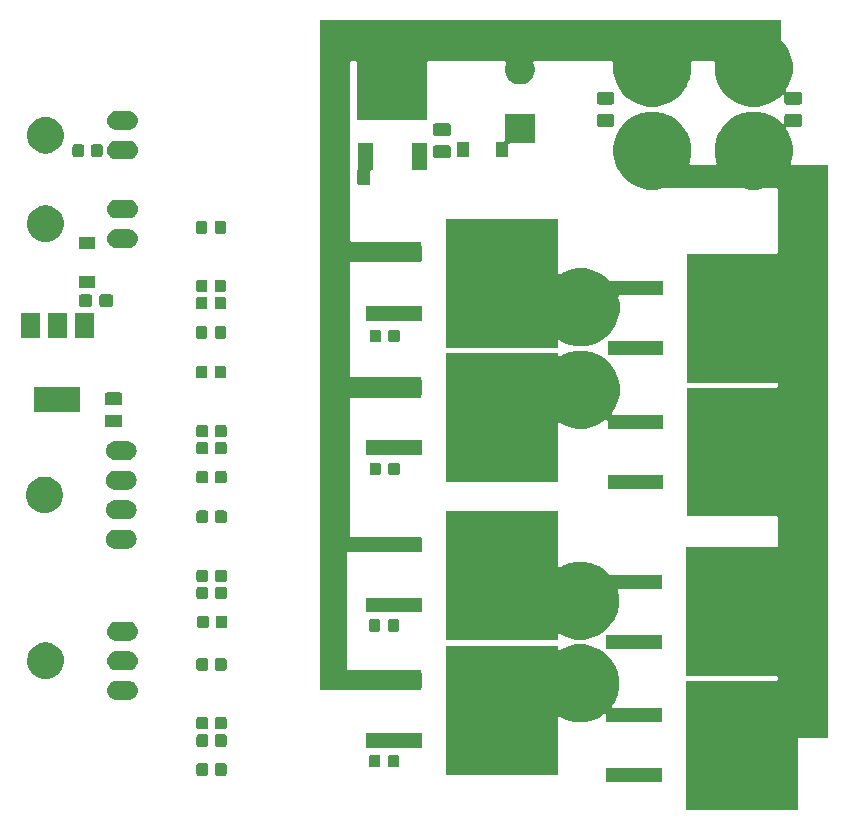
<source format=gbr>
G04 #@! TF.GenerationSoftware,KiCad,Pcbnew,(5.1.2)-1*
G04 #@! TF.CreationDate,2019-09-19T23:19:24+09:00*
G04 #@! TF.ProjectId,Slapnir,536c6170-6e69-4722-9e6b-696361645f70,rev?*
G04 #@! TF.SameCoordinates,Original*
G04 #@! TF.FileFunction,Soldermask,Bot*
G04 #@! TF.FilePolarity,Negative*
%FSLAX46Y46*%
G04 Gerber Fmt 4.6, Leading zero omitted, Abs format (unit mm)*
G04 Created by KiCad (PCBNEW (5.1.2)-1) date 2019-09-19 23:19:24*
%MOMM*%
%LPD*%
G04 APERTURE LIST*
%ADD10C,0.100000*%
G04 APERTURE END LIST*
D10*
G36*
X169062865Y-43375855D02*
G01*
X169641496Y-43615532D01*
X169663610Y-43624692D01*
X170204265Y-43985946D01*
X170664054Y-44445735D01*
X170901434Y-44801000D01*
X171025309Y-44986392D01*
X171274145Y-45587135D01*
X171401000Y-46224879D01*
X171401000Y-46875121D01*
X171274145Y-47512866D01*
X171247511Y-47577166D01*
X171240398Y-47600615D01*
X171237996Y-47625001D01*
X171240398Y-47649387D01*
X171247511Y-47672836D01*
X171259062Y-47694447D01*
X171274608Y-47713389D01*
X171293550Y-47728934D01*
X171315160Y-47740485D01*
X171338609Y-47747598D01*
X171362995Y-47750000D01*
X173437005Y-47750000D01*
X173461391Y-47747598D01*
X173484840Y-47740485D01*
X173506451Y-47728934D01*
X173525393Y-47713389D01*
X173540938Y-47694447D01*
X173552489Y-47672836D01*
X173559602Y-47649387D01*
X173562004Y-47625001D01*
X173559602Y-47600615D01*
X173552489Y-47577166D01*
X173525855Y-47512866D01*
X173399000Y-46875121D01*
X173399000Y-46224879D01*
X173525855Y-45587135D01*
X173774691Y-44986392D01*
X173898566Y-44801000D01*
X174135946Y-44445735D01*
X174595735Y-43985946D01*
X175136390Y-43624692D01*
X175158504Y-43615532D01*
X175737135Y-43375855D01*
X176374879Y-43249000D01*
X177025121Y-43249000D01*
X177662865Y-43375855D01*
X178241496Y-43615532D01*
X178263610Y-43624692D01*
X178804265Y-43985946D01*
X179085619Y-44267300D01*
X179104555Y-44282840D01*
X179126166Y-44294391D01*
X179149615Y-44301504D01*
X179174001Y-44303906D01*
X179198387Y-44301504D01*
X179221836Y-44294391D01*
X179243447Y-44282840D01*
X179262389Y-44267295D01*
X179277934Y-44248353D01*
X179289485Y-44226742D01*
X179296598Y-44203293D01*
X179299000Y-44178907D01*
X179299000Y-43661888D01*
X179303565Y-43615532D01*
X179315296Y-43576862D01*
X179334346Y-43541223D01*
X179359983Y-43509983D01*
X179391223Y-43484346D01*
X179426862Y-43465296D01*
X179465532Y-43453565D01*
X179511888Y-43449000D01*
X180588112Y-43449000D01*
X180634468Y-43453565D01*
X180673138Y-43465296D01*
X180708777Y-43484346D01*
X180740017Y-43509983D01*
X180765654Y-43541223D01*
X180784704Y-43576862D01*
X180796435Y-43615532D01*
X180801000Y-43661888D01*
X180801000Y-44313112D01*
X180796435Y-44359468D01*
X180784704Y-44398138D01*
X180765654Y-44433777D01*
X180740017Y-44465017D01*
X180708777Y-44490654D01*
X180673138Y-44509704D01*
X180634468Y-44521435D01*
X180588112Y-44526000D01*
X179551542Y-44526000D01*
X179527156Y-44528402D01*
X179503707Y-44535515D01*
X179482096Y-44547066D01*
X179463154Y-44562611D01*
X179447609Y-44581553D01*
X179436058Y-44603164D01*
X179428945Y-44626613D01*
X179426543Y-44650999D01*
X179428945Y-44675385D01*
X179436058Y-44698834D01*
X179447608Y-44720443D01*
X179499157Y-44797591D01*
X179625309Y-44986392D01*
X179874145Y-45587135D01*
X180001000Y-46224879D01*
X180001000Y-46875121D01*
X179874145Y-47512866D01*
X179847511Y-47577166D01*
X179840398Y-47600615D01*
X179837996Y-47625001D01*
X179840398Y-47649387D01*
X179847511Y-47672836D01*
X179859062Y-47694447D01*
X179874608Y-47713389D01*
X179893550Y-47728934D01*
X179915160Y-47740485D01*
X179938609Y-47747598D01*
X179962995Y-47750000D01*
X183000000Y-47750000D01*
X183000000Y-96250000D01*
X180600999Y-96250000D01*
X180576613Y-96252402D01*
X180553164Y-96259515D01*
X180531553Y-96271066D01*
X180512611Y-96286611D01*
X180497066Y-96305553D01*
X180485515Y-96327164D01*
X180478402Y-96350613D01*
X180476000Y-96374999D01*
X180476000Y-102351000D01*
X170974000Y-102351000D01*
X170974000Y-91449000D01*
X178625001Y-91449000D01*
X178649387Y-91446598D01*
X178672836Y-91439485D01*
X178694447Y-91427934D01*
X178713389Y-91412389D01*
X178728934Y-91393447D01*
X178740485Y-91371836D01*
X178747598Y-91348387D01*
X178750000Y-91324001D01*
X178750000Y-91175999D01*
X178747598Y-91151613D01*
X178740485Y-91128164D01*
X178728934Y-91106553D01*
X178713389Y-91087611D01*
X178694447Y-91072066D01*
X178672836Y-91060515D01*
X178649387Y-91053402D01*
X178625001Y-91051000D01*
X170974000Y-91051000D01*
X170974000Y-80149000D01*
X178625001Y-80149000D01*
X178649387Y-80146598D01*
X178672836Y-80139485D01*
X178694447Y-80127934D01*
X178713389Y-80112389D01*
X178728934Y-80093447D01*
X178740485Y-80071836D01*
X178747598Y-80048387D01*
X178750000Y-80024001D01*
X178750000Y-77650999D01*
X178747598Y-77626613D01*
X178740485Y-77603164D01*
X178728934Y-77581553D01*
X178713389Y-77562611D01*
X178694447Y-77547066D01*
X178672836Y-77535515D01*
X178649387Y-77528402D01*
X178625001Y-77526000D01*
X171074000Y-77526000D01*
X171074000Y-66624000D01*
X178625001Y-66624000D01*
X178649387Y-66621598D01*
X178672836Y-66614485D01*
X178694447Y-66602934D01*
X178713389Y-66587389D01*
X178728934Y-66568447D01*
X178740485Y-66546836D01*
X178747598Y-66523387D01*
X178750000Y-66499001D01*
X178750000Y-66325999D01*
X178747598Y-66301613D01*
X178740485Y-66278164D01*
X178728934Y-66256553D01*
X178713389Y-66237611D01*
X178694447Y-66222066D01*
X178672836Y-66210515D01*
X178649387Y-66203402D01*
X178625001Y-66201000D01*
X171074000Y-66201000D01*
X171074000Y-55299000D01*
X178625001Y-55299000D01*
X178649387Y-55296598D01*
X178672836Y-55289485D01*
X178694447Y-55277934D01*
X178713389Y-55262389D01*
X178728934Y-55243447D01*
X178740485Y-55221836D01*
X178747598Y-55198387D01*
X178750000Y-55174001D01*
X178750000Y-49874999D01*
X178747598Y-49850613D01*
X178740485Y-49827164D01*
X178728934Y-49805553D01*
X178713389Y-49786611D01*
X178694447Y-49771066D01*
X178672836Y-49759515D01*
X178649387Y-49752402D01*
X178625001Y-49750000D01*
X177545193Y-49750000D01*
X177520807Y-49752402D01*
X177025121Y-49851000D01*
X176374879Y-49851000D01*
X175879193Y-49752402D01*
X175854807Y-49750000D01*
X168945193Y-49750000D01*
X168920807Y-49752402D01*
X168425121Y-49851000D01*
X167774879Y-49851000D01*
X167137135Y-49724145D01*
X166536392Y-49475309D01*
X166536391Y-49475309D01*
X166536390Y-49475308D01*
X165995735Y-49114054D01*
X165535946Y-48654265D01*
X165174692Y-48113610D01*
X165127219Y-47999000D01*
X164925855Y-47512865D01*
X164799000Y-46875121D01*
X164799000Y-46224879D01*
X164925855Y-45587135D01*
X165174691Y-44986392D01*
X165298566Y-44801000D01*
X165535946Y-44445735D01*
X165995735Y-43985946D01*
X166536390Y-43624692D01*
X166558504Y-43615532D01*
X167137135Y-43375855D01*
X167774879Y-43249000D01*
X168425121Y-43249000D01*
X169062865Y-43375855D01*
X169062865Y-43375855D01*
G37*
G36*
X168926000Y-100041000D02*
G01*
X164224000Y-100041000D01*
X164224000Y-98839000D01*
X168926000Y-98839000D01*
X168926000Y-100041000D01*
X168926000Y-100041000D01*
G37*
G36*
X131929591Y-98428085D02*
G01*
X131963569Y-98438393D01*
X131994890Y-98455134D01*
X132022339Y-98477661D01*
X132044866Y-98505110D01*
X132061607Y-98536431D01*
X132071915Y-98570409D01*
X132076000Y-98611890D01*
X132076000Y-99288110D01*
X132071915Y-99329591D01*
X132061607Y-99363569D01*
X132044866Y-99394890D01*
X132022339Y-99422339D01*
X131994890Y-99444866D01*
X131963569Y-99461607D01*
X131929591Y-99471915D01*
X131888110Y-99476000D01*
X131286890Y-99476000D01*
X131245409Y-99471915D01*
X131211431Y-99461607D01*
X131180110Y-99444866D01*
X131152661Y-99422339D01*
X131130134Y-99394890D01*
X131113393Y-99363569D01*
X131103085Y-99329591D01*
X131099000Y-99288110D01*
X131099000Y-98611890D01*
X131103085Y-98570409D01*
X131113393Y-98536431D01*
X131130134Y-98505110D01*
X131152661Y-98477661D01*
X131180110Y-98455134D01*
X131211431Y-98438393D01*
X131245409Y-98428085D01*
X131286890Y-98424000D01*
X131888110Y-98424000D01*
X131929591Y-98428085D01*
X131929591Y-98428085D01*
G37*
G36*
X130354591Y-98428085D02*
G01*
X130388569Y-98438393D01*
X130419890Y-98455134D01*
X130447339Y-98477661D01*
X130469866Y-98505110D01*
X130486607Y-98536431D01*
X130496915Y-98570409D01*
X130501000Y-98611890D01*
X130501000Y-99288110D01*
X130496915Y-99329591D01*
X130486607Y-99363569D01*
X130469866Y-99394890D01*
X130447339Y-99422339D01*
X130419890Y-99444866D01*
X130388569Y-99461607D01*
X130354591Y-99471915D01*
X130313110Y-99476000D01*
X129711890Y-99476000D01*
X129670409Y-99471915D01*
X129636431Y-99461607D01*
X129605110Y-99444866D01*
X129577661Y-99422339D01*
X129555134Y-99394890D01*
X129538393Y-99363569D01*
X129528085Y-99329591D01*
X129524000Y-99288110D01*
X129524000Y-98611890D01*
X129528085Y-98570409D01*
X129538393Y-98536431D01*
X129555134Y-98505110D01*
X129577661Y-98477661D01*
X129605110Y-98455134D01*
X129636431Y-98438393D01*
X129670409Y-98428085D01*
X129711890Y-98424000D01*
X130313110Y-98424000D01*
X130354591Y-98428085D01*
X130354591Y-98428085D01*
G37*
G36*
X162962865Y-88475855D02*
G01*
X163558601Y-88722617D01*
X163563610Y-88724692D01*
X164104265Y-89085946D01*
X164564054Y-89545735D01*
X164906346Y-90058012D01*
X164925309Y-90086392D01*
X165174145Y-90687135D01*
X165301000Y-91324879D01*
X165301000Y-91975121D01*
X165174145Y-92612865D01*
X164925309Y-93213608D01*
X164690814Y-93564555D01*
X164679263Y-93586166D01*
X164672150Y-93609615D01*
X164669748Y-93634001D01*
X164672150Y-93658387D01*
X164679263Y-93681836D01*
X164690814Y-93703447D01*
X164706359Y-93722389D01*
X164725301Y-93737934D01*
X164746912Y-93749485D01*
X164770361Y-93756598D01*
X164794747Y-93759000D01*
X168926000Y-93759000D01*
X168926000Y-94961000D01*
X164224000Y-94961000D01*
X164224000Y-94367906D01*
X164221598Y-94343520D01*
X164214485Y-94320071D01*
X164202934Y-94298460D01*
X164187389Y-94279518D01*
X164168447Y-94263973D01*
X164146836Y-94252422D01*
X164123387Y-94245309D01*
X164099001Y-94242907D01*
X164074615Y-94245309D01*
X164051166Y-94252422D01*
X164029560Y-94263971D01*
X163563610Y-94575308D01*
X163563609Y-94575309D01*
X163563608Y-94575309D01*
X162962865Y-94824145D01*
X162325121Y-94951000D01*
X161674879Y-94951000D01*
X161037135Y-94824145D01*
X160436392Y-94575309D01*
X160436391Y-94575309D01*
X160436390Y-94575308D01*
X160320445Y-94497836D01*
X160298834Y-94486285D01*
X160275385Y-94479172D01*
X160250999Y-94476770D01*
X160226613Y-94479172D01*
X160203164Y-94486285D01*
X160181553Y-94497836D01*
X160162611Y-94513381D01*
X160147066Y-94532323D01*
X160135515Y-94553934D01*
X160128402Y-94577383D01*
X160126000Y-94601769D01*
X160126000Y-99401000D01*
X150624000Y-99401000D01*
X150624000Y-88499000D01*
X160126000Y-88499000D01*
X160126000Y-88698231D01*
X160128402Y-88722617D01*
X160135515Y-88746066D01*
X160147066Y-88767677D01*
X160162611Y-88786619D01*
X160181553Y-88802164D01*
X160203164Y-88813715D01*
X160226613Y-88820828D01*
X160250999Y-88823230D01*
X160275385Y-88820828D01*
X160298834Y-88813715D01*
X160320445Y-88802164D01*
X160343710Y-88786619D01*
X160436390Y-88724692D01*
X160441399Y-88722617D01*
X161037135Y-88475855D01*
X161674879Y-88349000D01*
X162325121Y-88349000D01*
X162962865Y-88475855D01*
X162962865Y-88475855D01*
G37*
G36*
X144954591Y-97728085D02*
G01*
X144988569Y-97738393D01*
X145019890Y-97755134D01*
X145047339Y-97777661D01*
X145069866Y-97805110D01*
X145086607Y-97836431D01*
X145096915Y-97870409D01*
X145101000Y-97911890D01*
X145101000Y-98588110D01*
X145096915Y-98629591D01*
X145086607Y-98663569D01*
X145069866Y-98694890D01*
X145047339Y-98722339D01*
X145019890Y-98744866D01*
X144988569Y-98761607D01*
X144954591Y-98771915D01*
X144913110Y-98776000D01*
X144311890Y-98776000D01*
X144270409Y-98771915D01*
X144236431Y-98761607D01*
X144205110Y-98744866D01*
X144177661Y-98722339D01*
X144155134Y-98694890D01*
X144138393Y-98663569D01*
X144128085Y-98629591D01*
X144124000Y-98588110D01*
X144124000Y-97911890D01*
X144128085Y-97870409D01*
X144138393Y-97836431D01*
X144155134Y-97805110D01*
X144177661Y-97777661D01*
X144205110Y-97755134D01*
X144236431Y-97738393D01*
X144270409Y-97728085D01*
X144311890Y-97724000D01*
X144913110Y-97724000D01*
X144954591Y-97728085D01*
X144954591Y-97728085D01*
G37*
G36*
X146529591Y-97728085D02*
G01*
X146563569Y-97738393D01*
X146594890Y-97755134D01*
X146622339Y-97777661D01*
X146644866Y-97805110D01*
X146661607Y-97836431D01*
X146671915Y-97870409D01*
X146676000Y-97911890D01*
X146676000Y-98588110D01*
X146671915Y-98629591D01*
X146661607Y-98663569D01*
X146644866Y-98694890D01*
X146622339Y-98722339D01*
X146594890Y-98744866D01*
X146563569Y-98761607D01*
X146529591Y-98771915D01*
X146488110Y-98776000D01*
X145886890Y-98776000D01*
X145845409Y-98771915D01*
X145811431Y-98761607D01*
X145780110Y-98744866D01*
X145752661Y-98722339D01*
X145730134Y-98694890D01*
X145713393Y-98663569D01*
X145703085Y-98629591D01*
X145699000Y-98588110D01*
X145699000Y-97911890D01*
X145703085Y-97870409D01*
X145713393Y-97836431D01*
X145730134Y-97805110D01*
X145752661Y-97777661D01*
X145780110Y-97755134D01*
X145811431Y-97738393D01*
X145845409Y-97728085D01*
X145886890Y-97724000D01*
X146488110Y-97724000D01*
X146529591Y-97728085D01*
X146529591Y-97728085D01*
G37*
G36*
X148576000Y-97091000D02*
G01*
X143874000Y-97091000D01*
X143874000Y-95889000D01*
X148576000Y-95889000D01*
X148576000Y-97091000D01*
X148576000Y-97091000D01*
G37*
G36*
X130354591Y-95978085D02*
G01*
X130388569Y-95988393D01*
X130419890Y-96005134D01*
X130447339Y-96027661D01*
X130469866Y-96055110D01*
X130486607Y-96086431D01*
X130496915Y-96120409D01*
X130501000Y-96161890D01*
X130501000Y-96838110D01*
X130496915Y-96879591D01*
X130486607Y-96913569D01*
X130469866Y-96944890D01*
X130447339Y-96972339D01*
X130419890Y-96994866D01*
X130388569Y-97011607D01*
X130354591Y-97021915D01*
X130313110Y-97026000D01*
X129711890Y-97026000D01*
X129670409Y-97021915D01*
X129636431Y-97011607D01*
X129605110Y-96994866D01*
X129577661Y-96972339D01*
X129555134Y-96944890D01*
X129538393Y-96913569D01*
X129528085Y-96879591D01*
X129524000Y-96838110D01*
X129524000Y-96161890D01*
X129528085Y-96120409D01*
X129538393Y-96086431D01*
X129555134Y-96055110D01*
X129577661Y-96027661D01*
X129605110Y-96005134D01*
X129636431Y-95988393D01*
X129670409Y-95978085D01*
X129711890Y-95974000D01*
X130313110Y-95974000D01*
X130354591Y-95978085D01*
X130354591Y-95978085D01*
G37*
G36*
X131929591Y-95978085D02*
G01*
X131963569Y-95988393D01*
X131994890Y-96005134D01*
X132022339Y-96027661D01*
X132044866Y-96055110D01*
X132061607Y-96086431D01*
X132071915Y-96120409D01*
X132076000Y-96161890D01*
X132076000Y-96838110D01*
X132071915Y-96879591D01*
X132061607Y-96913569D01*
X132044866Y-96944890D01*
X132022339Y-96972339D01*
X131994890Y-96994866D01*
X131963569Y-97011607D01*
X131929591Y-97021915D01*
X131888110Y-97026000D01*
X131286890Y-97026000D01*
X131245409Y-97021915D01*
X131211431Y-97011607D01*
X131180110Y-96994866D01*
X131152661Y-96972339D01*
X131130134Y-96944890D01*
X131113393Y-96913569D01*
X131103085Y-96879591D01*
X131099000Y-96838110D01*
X131099000Y-96161890D01*
X131103085Y-96120409D01*
X131113393Y-96086431D01*
X131130134Y-96055110D01*
X131152661Y-96027661D01*
X131180110Y-96005134D01*
X131211431Y-95988393D01*
X131245409Y-95978085D01*
X131286890Y-95974000D01*
X131888110Y-95974000D01*
X131929591Y-95978085D01*
X131929591Y-95978085D01*
G37*
G36*
X131929591Y-94508085D02*
G01*
X131963569Y-94518393D01*
X131994890Y-94535134D01*
X132022339Y-94557661D01*
X132044866Y-94585110D01*
X132061607Y-94616431D01*
X132071915Y-94650409D01*
X132076000Y-94691890D01*
X132076000Y-95368110D01*
X132071915Y-95409591D01*
X132061607Y-95443569D01*
X132044866Y-95474890D01*
X132022339Y-95502339D01*
X131994890Y-95524866D01*
X131963569Y-95541607D01*
X131929591Y-95551915D01*
X131888110Y-95556000D01*
X131286890Y-95556000D01*
X131245409Y-95551915D01*
X131211431Y-95541607D01*
X131180110Y-95524866D01*
X131152661Y-95502339D01*
X131130134Y-95474890D01*
X131113393Y-95443569D01*
X131103085Y-95409591D01*
X131099000Y-95368110D01*
X131099000Y-94691890D01*
X131103085Y-94650409D01*
X131113393Y-94616431D01*
X131130134Y-94585110D01*
X131152661Y-94557661D01*
X131180110Y-94535134D01*
X131211431Y-94518393D01*
X131245409Y-94508085D01*
X131286890Y-94504000D01*
X131888110Y-94504000D01*
X131929591Y-94508085D01*
X131929591Y-94508085D01*
G37*
G36*
X130354591Y-94508085D02*
G01*
X130388569Y-94518393D01*
X130419890Y-94535134D01*
X130447339Y-94557661D01*
X130469866Y-94585110D01*
X130486607Y-94616431D01*
X130496915Y-94650409D01*
X130501000Y-94691890D01*
X130501000Y-95368110D01*
X130496915Y-95409591D01*
X130486607Y-95443569D01*
X130469866Y-95474890D01*
X130447339Y-95502339D01*
X130419890Y-95524866D01*
X130388569Y-95541607D01*
X130354591Y-95551915D01*
X130313110Y-95556000D01*
X129711890Y-95556000D01*
X129670409Y-95551915D01*
X129636431Y-95541607D01*
X129605110Y-95524866D01*
X129577661Y-95502339D01*
X129555134Y-95474890D01*
X129538393Y-95443569D01*
X129528085Y-95409591D01*
X129524000Y-95368110D01*
X129524000Y-94691890D01*
X129528085Y-94650409D01*
X129538393Y-94616431D01*
X129555134Y-94585110D01*
X129577661Y-94557661D01*
X129605110Y-94535134D01*
X129636431Y-94518393D01*
X129670409Y-94508085D01*
X129711890Y-94504000D01*
X130313110Y-94504000D01*
X130354591Y-94508085D01*
X130354591Y-94508085D01*
G37*
G36*
X123828571Y-91452863D02*
G01*
X123907023Y-91460590D01*
X124007682Y-91491125D01*
X124058013Y-91506392D01*
X124197165Y-91580771D01*
X124319133Y-91680867D01*
X124419229Y-91802835D01*
X124493608Y-91941987D01*
X124503659Y-91975121D01*
X124539410Y-92092977D01*
X124554875Y-92250000D01*
X124539410Y-92407023D01*
X124508875Y-92507682D01*
X124493608Y-92558013D01*
X124419229Y-92697165D01*
X124319133Y-92819133D01*
X124197165Y-92919229D01*
X124058013Y-92993608D01*
X124007682Y-93008875D01*
X123907023Y-93039410D01*
X123828571Y-93047137D01*
X123789346Y-93051000D01*
X122710654Y-93051000D01*
X122671429Y-93047137D01*
X122592977Y-93039410D01*
X122492318Y-93008875D01*
X122441987Y-92993608D01*
X122302835Y-92919229D01*
X122180867Y-92819133D01*
X122080771Y-92697165D01*
X122006392Y-92558013D01*
X121991125Y-92507682D01*
X121960590Y-92407023D01*
X121945125Y-92250000D01*
X121960590Y-92092977D01*
X121996341Y-91975121D01*
X122006392Y-91941987D01*
X122080771Y-91802835D01*
X122180867Y-91680867D01*
X122302835Y-91580771D01*
X122441987Y-91506392D01*
X122492318Y-91491125D01*
X122592977Y-91460590D01*
X122671429Y-91452863D01*
X122710654Y-91449000D01*
X123789346Y-91449000D01*
X123828571Y-91452863D01*
X123828571Y-91452863D01*
G37*
G36*
X179000000Y-37129905D02*
G01*
X179002402Y-37154291D01*
X179009515Y-37177740D01*
X179021066Y-37199351D01*
X179036606Y-37218287D01*
X179264054Y-37445735D01*
X179625308Y-37986390D01*
X179625309Y-37986392D01*
X179874145Y-38587135D01*
X180001000Y-39224879D01*
X180001000Y-39875121D01*
X179874145Y-40512865D01*
X179625309Y-41113608D01*
X179447609Y-41379555D01*
X179436058Y-41401166D01*
X179428945Y-41424615D01*
X179426543Y-41449001D01*
X179428945Y-41473387D01*
X179436058Y-41496836D01*
X179447609Y-41518447D01*
X179463154Y-41537389D01*
X179482096Y-41552934D01*
X179503707Y-41564485D01*
X179527156Y-41571598D01*
X179551542Y-41574000D01*
X180588112Y-41574000D01*
X180634468Y-41578565D01*
X180673138Y-41590296D01*
X180708777Y-41609346D01*
X180740017Y-41634983D01*
X180765654Y-41666223D01*
X180784704Y-41701862D01*
X180796435Y-41740532D01*
X180801000Y-41786888D01*
X180801000Y-42438112D01*
X180796435Y-42484468D01*
X180784704Y-42523138D01*
X180765654Y-42558777D01*
X180740017Y-42590017D01*
X180708777Y-42615654D01*
X180673138Y-42634704D01*
X180634468Y-42646435D01*
X180588112Y-42651000D01*
X179511888Y-42651000D01*
X179465532Y-42646435D01*
X179426862Y-42634704D01*
X179391223Y-42615654D01*
X179359983Y-42590017D01*
X179334346Y-42558777D01*
X179315296Y-42523138D01*
X179303565Y-42484468D01*
X179299000Y-42438112D01*
X179299000Y-41921093D01*
X179296598Y-41896707D01*
X179289485Y-41873258D01*
X179277934Y-41851647D01*
X179262389Y-41832705D01*
X179243447Y-41817160D01*
X179221836Y-41805609D01*
X179198387Y-41798496D01*
X179174001Y-41796094D01*
X179149615Y-41798496D01*
X179126166Y-41805609D01*
X179104555Y-41817160D01*
X179085619Y-41832700D01*
X178804265Y-42114054D01*
X178263610Y-42475308D01*
X178263609Y-42475309D01*
X178263608Y-42475309D01*
X177662865Y-42724145D01*
X177025121Y-42851000D01*
X176374879Y-42851000D01*
X175737135Y-42724145D01*
X175136392Y-42475309D01*
X175136391Y-42475309D01*
X175136390Y-42475308D01*
X174595735Y-42114054D01*
X174135946Y-41654265D01*
X173774692Y-41113610D01*
X173707337Y-40951000D01*
X173525855Y-40512865D01*
X173399000Y-39875121D01*
X173399000Y-39224879D01*
X173414017Y-39149385D01*
X173416419Y-39124999D01*
X173414017Y-39100613D01*
X173406904Y-39077164D01*
X173395353Y-39055554D01*
X173379808Y-39036612D01*
X173360866Y-39021066D01*
X173339255Y-39009515D01*
X173315806Y-39002402D01*
X173291420Y-39000000D01*
X171508580Y-39000000D01*
X171484194Y-39002402D01*
X171460745Y-39009515D01*
X171439134Y-39021066D01*
X171420192Y-39036611D01*
X171404647Y-39055553D01*
X171393096Y-39077164D01*
X171385983Y-39100613D01*
X171383581Y-39124999D01*
X171385983Y-39149385D01*
X171401000Y-39224879D01*
X171401000Y-39875121D01*
X171274145Y-40512865D01*
X171092663Y-40951000D01*
X171025308Y-41113610D01*
X170664054Y-41654265D01*
X170204265Y-42114054D01*
X169663610Y-42475308D01*
X169663609Y-42475309D01*
X169663608Y-42475309D01*
X169062865Y-42724145D01*
X168425121Y-42851000D01*
X167774879Y-42851000D01*
X167137135Y-42724145D01*
X166536392Y-42475309D01*
X166536391Y-42475309D01*
X166536390Y-42475308D01*
X165995735Y-42114054D01*
X165535946Y-41654265D01*
X165174692Y-41113610D01*
X165107337Y-40951000D01*
X164925855Y-40512865D01*
X164799000Y-39875121D01*
X164799000Y-39224879D01*
X164814017Y-39149385D01*
X164816419Y-39124999D01*
X164814017Y-39100613D01*
X164806904Y-39077164D01*
X164795353Y-39055554D01*
X164779808Y-39036612D01*
X164760866Y-39021066D01*
X164739255Y-39009515D01*
X164715806Y-39002402D01*
X164691420Y-39000000D01*
X158151198Y-39000000D01*
X158126812Y-39002402D01*
X158103363Y-39009515D01*
X158081752Y-39021066D01*
X158062810Y-39036611D01*
X158047265Y-39055553D01*
X158035714Y-39077164D01*
X158028601Y-39100613D01*
X158026199Y-39124999D01*
X158028601Y-39149385D01*
X158035714Y-39172834D01*
X158057272Y-39224880D01*
X158102925Y-39335097D01*
X158151000Y-39576787D01*
X158151000Y-39823213D01*
X158102925Y-40064903D01*
X158008622Y-40292571D01*
X157871715Y-40497466D01*
X157697466Y-40671715D01*
X157492571Y-40808622D01*
X157492570Y-40808623D01*
X157492569Y-40808623D01*
X157264903Y-40902925D01*
X157023214Y-40951000D01*
X156776786Y-40951000D01*
X156535097Y-40902925D01*
X156307431Y-40808623D01*
X156307430Y-40808623D01*
X156307429Y-40808622D01*
X156102534Y-40671715D01*
X155928285Y-40497466D01*
X155791378Y-40292571D01*
X155697075Y-40064903D01*
X155649000Y-39823213D01*
X155649000Y-39576787D01*
X155697075Y-39335097D01*
X155742728Y-39224880D01*
X155764286Y-39172834D01*
X155771399Y-39149385D01*
X155773801Y-39124999D01*
X155771399Y-39100612D01*
X155764286Y-39077163D01*
X155752735Y-39055553D01*
X155737189Y-39036611D01*
X155718247Y-39021066D01*
X155696637Y-39009515D01*
X155673188Y-39002402D01*
X155648802Y-39000000D01*
X149175999Y-39000000D01*
X149151613Y-39002402D01*
X149128164Y-39009515D01*
X149106553Y-39021066D01*
X149087611Y-39036611D01*
X149072066Y-39055553D01*
X149060515Y-39077164D01*
X149053402Y-39100613D01*
X149051000Y-39124999D01*
X149051000Y-44001000D01*
X143149000Y-44001000D01*
X143149000Y-39124999D01*
X143146598Y-39100613D01*
X143139485Y-39077164D01*
X143127934Y-39055553D01*
X143112389Y-39036611D01*
X143093447Y-39021066D01*
X143071836Y-39009515D01*
X143048387Y-39002402D01*
X143024001Y-39000000D01*
X142624999Y-39000000D01*
X142600613Y-39002402D01*
X142577164Y-39009515D01*
X142555553Y-39021066D01*
X142536611Y-39036611D01*
X142521066Y-39055553D01*
X142509515Y-39077164D01*
X142502402Y-39100613D01*
X142500000Y-39124999D01*
X142500000Y-54125001D01*
X142502402Y-54149387D01*
X142509515Y-54172836D01*
X142521066Y-54194447D01*
X142536611Y-54213389D01*
X142555553Y-54228934D01*
X142577164Y-54240485D01*
X142600613Y-54247598D01*
X142624999Y-54250000D01*
X148500000Y-54250000D01*
X148500000Y-54534001D01*
X148502402Y-54558387D01*
X148509515Y-54581836D01*
X148521066Y-54603447D01*
X148536611Y-54622389D01*
X148555553Y-54637934D01*
X148576000Y-54648863D01*
X148576000Y-55871137D01*
X148555553Y-55882066D01*
X148536611Y-55897611D01*
X148521066Y-55916553D01*
X148509515Y-55938164D01*
X148502402Y-55961613D01*
X148500000Y-55985999D01*
X148500000Y-56000000D01*
X142624999Y-56000000D01*
X142600613Y-56002402D01*
X142577164Y-56009515D01*
X142555553Y-56021066D01*
X142536611Y-56036611D01*
X142521066Y-56055553D01*
X142509515Y-56077164D01*
X142502402Y-56100613D01*
X142500000Y-56124999D01*
X142500000Y-65625001D01*
X142502402Y-65649387D01*
X142509515Y-65672836D01*
X142521066Y-65694447D01*
X142536611Y-65713389D01*
X142555553Y-65728934D01*
X142577164Y-65740485D01*
X142600613Y-65747598D01*
X142624999Y-65750000D01*
X148500000Y-65750000D01*
X148500000Y-65884001D01*
X148502402Y-65908387D01*
X148509515Y-65931836D01*
X148521066Y-65953447D01*
X148536611Y-65972389D01*
X148555553Y-65987934D01*
X148576000Y-65998863D01*
X148576000Y-67221137D01*
X148555553Y-67232066D01*
X148536611Y-67247611D01*
X148521066Y-67266553D01*
X148509515Y-67288164D01*
X148502402Y-67311613D01*
X148500000Y-67335999D01*
X148500000Y-67500000D01*
X142624999Y-67500000D01*
X142600613Y-67502402D01*
X142577164Y-67509515D01*
X142555553Y-67521066D01*
X142536611Y-67536611D01*
X142521066Y-67555553D01*
X142509515Y-67577164D01*
X142502402Y-67600613D01*
X142500000Y-67624999D01*
X142500000Y-79125001D01*
X142502402Y-79149387D01*
X142509515Y-79172836D01*
X142521066Y-79194447D01*
X142536611Y-79213389D01*
X142555553Y-79228934D01*
X142577164Y-79240485D01*
X142600613Y-79247598D01*
X142624999Y-79250000D01*
X148500000Y-79250000D01*
X148500000Y-79252074D01*
X148500534Y-79253835D01*
X148503806Y-79270286D01*
X148513183Y-79292925D01*
X148526797Y-79313299D01*
X148544124Y-79330626D01*
X148564498Y-79344240D01*
X148576000Y-79349004D01*
X148576000Y-80561000D01*
X143855845Y-80561000D01*
X143852934Y-80555553D01*
X143837389Y-80536611D01*
X143818447Y-80521066D01*
X143796836Y-80509515D01*
X143773387Y-80502402D01*
X143749001Y-80500000D01*
X142374999Y-80500000D01*
X142350613Y-80502402D01*
X142327164Y-80509515D01*
X142305553Y-80521066D01*
X142286611Y-80536611D01*
X142271066Y-80555553D01*
X142259515Y-80577164D01*
X142252402Y-80600613D01*
X142250000Y-80624999D01*
X142250000Y-90375001D01*
X142252402Y-90399387D01*
X142259515Y-90422836D01*
X142271066Y-90444447D01*
X142286611Y-90463389D01*
X142305553Y-90478934D01*
X142327164Y-90490485D01*
X142350613Y-90497598D01*
X142374999Y-90500000D01*
X148500000Y-90500000D01*
X148500000Y-90684001D01*
X148502402Y-90708387D01*
X148509515Y-90731836D01*
X148521066Y-90753447D01*
X148536611Y-90772389D01*
X148555553Y-90787934D01*
X148576000Y-90798863D01*
X148576000Y-92021137D01*
X148555553Y-92032066D01*
X148536611Y-92047611D01*
X148521066Y-92066553D01*
X148509515Y-92088164D01*
X148502402Y-92111613D01*
X148500000Y-92135999D01*
X148500000Y-92250000D01*
X140000000Y-92250000D01*
X140000000Y-35500000D01*
X179000000Y-35500000D01*
X179000000Y-37129905D01*
X179000000Y-37129905D01*
G37*
G36*
X117052585Y-88228802D02*
G01*
X117202410Y-88258604D01*
X117484674Y-88375521D01*
X117738705Y-88545259D01*
X117954741Y-88761295D01*
X118124479Y-89015326D01*
X118241396Y-89297590D01*
X118271198Y-89447415D01*
X118301000Y-89597239D01*
X118301000Y-89902761D01*
X118300152Y-89907023D01*
X118241396Y-90202410D01*
X118124479Y-90484674D01*
X117954741Y-90738705D01*
X117738705Y-90954741D01*
X117484674Y-91124479D01*
X117202410Y-91241396D01*
X117052585Y-91271198D01*
X116902761Y-91301000D01*
X116597239Y-91301000D01*
X116447415Y-91271198D01*
X116297590Y-91241396D01*
X116015326Y-91124479D01*
X115761295Y-90954741D01*
X115545259Y-90738705D01*
X115375521Y-90484674D01*
X115258604Y-90202410D01*
X115199848Y-89907023D01*
X115199000Y-89902761D01*
X115199000Y-89597239D01*
X115228802Y-89447415D01*
X115258604Y-89297590D01*
X115375521Y-89015326D01*
X115545259Y-88761295D01*
X115761295Y-88545259D01*
X116015326Y-88375521D01*
X116297590Y-88258604D01*
X116447415Y-88228802D01*
X116597239Y-88199000D01*
X116902761Y-88199000D01*
X117052585Y-88228802D01*
X117052585Y-88228802D01*
G37*
G36*
X131929591Y-89528085D02*
G01*
X131963569Y-89538393D01*
X131994890Y-89555134D01*
X132022339Y-89577661D01*
X132044866Y-89605110D01*
X132061607Y-89636431D01*
X132071915Y-89670409D01*
X132076000Y-89711890D01*
X132076000Y-90388110D01*
X132071915Y-90429591D01*
X132061607Y-90463569D01*
X132044866Y-90494890D01*
X132022339Y-90522339D01*
X131994890Y-90544866D01*
X131963569Y-90561607D01*
X131929591Y-90571915D01*
X131888110Y-90576000D01*
X131286890Y-90576000D01*
X131245409Y-90571915D01*
X131211431Y-90561607D01*
X131180110Y-90544866D01*
X131152661Y-90522339D01*
X131130134Y-90494890D01*
X131113393Y-90463569D01*
X131103085Y-90429591D01*
X131099000Y-90388110D01*
X131099000Y-89711890D01*
X131103085Y-89670409D01*
X131113393Y-89636431D01*
X131130134Y-89605110D01*
X131152661Y-89577661D01*
X131180110Y-89555134D01*
X131211431Y-89538393D01*
X131245409Y-89528085D01*
X131286890Y-89524000D01*
X131888110Y-89524000D01*
X131929591Y-89528085D01*
X131929591Y-89528085D01*
G37*
G36*
X130354591Y-89528085D02*
G01*
X130388569Y-89538393D01*
X130419890Y-89555134D01*
X130447339Y-89577661D01*
X130469866Y-89605110D01*
X130486607Y-89636431D01*
X130496915Y-89670409D01*
X130501000Y-89711890D01*
X130501000Y-90388110D01*
X130496915Y-90429591D01*
X130486607Y-90463569D01*
X130469866Y-90494890D01*
X130447339Y-90522339D01*
X130419890Y-90544866D01*
X130388569Y-90561607D01*
X130354591Y-90571915D01*
X130313110Y-90576000D01*
X129711890Y-90576000D01*
X129670409Y-90571915D01*
X129636431Y-90561607D01*
X129605110Y-90544866D01*
X129577661Y-90522339D01*
X129555134Y-90494890D01*
X129538393Y-90463569D01*
X129528085Y-90429591D01*
X129524000Y-90388110D01*
X129524000Y-89711890D01*
X129528085Y-89670409D01*
X129538393Y-89636431D01*
X129555134Y-89605110D01*
X129577661Y-89577661D01*
X129605110Y-89555134D01*
X129636431Y-89538393D01*
X129670409Y-89528085D01*
X129711890Y-89524000D01*
X130313110Y-89524000D01*
X130354591Y-89528085D01*
X130354591Y-89528085D01*
G37*
G36*
X123828571Y-88952863D02*
G01*
X123907023Y-88960590D01*
X124007682Y-88991125D01*
X124058013Y-89006392D01*
X124197165Y-89080771D01*
X124319133Y-89180867D01*
X124419229Y-89302835D01*
X124493608Y-89441987D01*
X124493608Y-89441988D01*
X124539410Y-89592977D01*
X124554875Y-89750000D01*
X124539410Y-89907023D01*
X124508875Y-90007682D01*
X124493608Y-90058013D01*
X124419229Y-90197165D01*
X124319133Y-90319133D01*
X124197165Y-90419229D01*
X124058013Y-90493608D01*
X124016696Y-90506141D01*
X123907023Y-90539410D01*
X123828571Y-90547137D01*
X123789346Y-90551000D01*
X122710654Y-90551000D01*
X122671429Y-90547137D01*
X122592977Y-90539410D01*
X122483304Y-90506141D01*
X122441987Y-90493608D01*
X122302835Y-90419229D01*
X122180867Y-90319133D01*
X122080771Y-90197165D01*
X122006392Y-90058013D01*
X121991125Y-90007682D01*
X121960590Y-89907023D01*
X121945125Y-89750000D01*
X121960590Y-89592977D01*
X122006392Y-89441988D01*
X122006392Y-89441987D01*
X122080771Y-89302835D01*
X122180867Y-89180867D01*
X122302835Y-89080771D01*
X122441987Y-89006392D01*
X122492318Y-88991125D01*
X122592977Y-88960590D01*
X122671429Y-88952863D01*
X122710654Y-88949000D01*
X123789346Y-88949000D01*
X123828571Y-88952863D01*
X123828571Y-88952863D01*
G37*
G36*
X168926000Y-88741000D02*
G01*
X164224000Y-88741000D01*
X164224000Y-87539000D01*
X168926000Y-87539000D01*
X168926000Y-88741000D01*
X168926000Y-88741000D01*
G37*
G36*
X123828571Y-86452863D02*
G01*
X123907023Y-86460590D01*
X124007682Y-86491125D01*
X124058013Y-86506392D01*
X124197165Y-86580771D01*
X124319133Y-86680867D01*
X124419229Y-86802835D01*
X124493608Y-86941987D01*
X124508875Y-86992318D01*
X124539410Y-87092977D01*
X124554875Y-87250000D01*
X124539410Y-87407023D01*
X124518252Y-87476770D01*
X124493608Y-87558013D01*
X124419229Y-87697165D01*
X124319133Y-87819133D01*
X124197165Y-87919229D01*
X124058013Y-87993608D01*
X124007682Y-88008875D01*
X123907023Y-88039410D01*
X123828571Y-88047137D01*
X123789346Y-88051000D01*
X122710654Y-88051000D01*
X122671429Y-88047137D01*
X122592977Y-88039410D01*
X122492318Y-88008875D01*
X122441987Y-87993608D01*
X122302835Y-87919229D01*
X122180867Y-87819133D01*
X122080771Y-87697165D01*
X122006392Y-87558013D01*
X121981748Y-87476770D01*
X121960590Y-87407023D01*
X121945125Y-87250000D01*
X121960590Y-87092977D01*
X121991125Y-86992318D01*
X122006392Y-86941987D01*
X122080771Y-86802835D01*
X122180867Y-86680867D01*
X122302835Y-86580771D01*
X122441987Y-86506392D01*
X122492318Y-86491125D01*
X122592977Y-86460590D01*
X122671429Y-86452863D01*
X122710654Y-86449000D01*
X123789346Y-86449000D01*
X123828571Y-86452863D01*
X123828571Y-86452863D01*
G37*
G36*
X160126000Y-81698231D02*
G01*
X160128402Y-81722617D01*
X160135515Y-81746066D01*
X160147066Y-81767677D01*
X160162611Y-81786619D01*
X160181553Y-81802164D01*
X160203164Y-81813715D01*
X160226613Y-81820828D01*
X160250999Y-81823230D01*
X160275385Y-81820828D01*
X160298834Y-81813715D01*
X160320445Y-81802164D01*
X160343710Y-81786619D01*
X160436390Y-81724692D01*
X160441399Y-81722617D01*
X161037135Y-81475855D01*
X161674879Y-81349000D01*
X162325121Y-81349000D01*
X162962865Y-81475855D01*
X163558601Y-81722617D01*
X163563610Y-81724692D01*
X164104265Y-82085946D01*
X164440713Y-82422394D01*
X164459649Y-82437934D01*
X164481260Y-82449485D01*
X164504709Y-82456598D01*
X164529095Y-82459000D01*
X168926000Y-82459000D01*
X168926000Y-83661000D01*
X165321258Y-83661000D01*
X165296872Y-83663402D01*
X165273423Y-83670515D01*
X165251812Y-83682066D01*
X165232870Y-83697611D01*
X165217325Y-83716553D01*
X165205774Y-83738164D01*
X165198661Y-83761613D01*
X165196259Y-83785999D01*
X165198661Y-83810385D01*
X165301000Y-84324879D01*
X165301000Y-84975121D01*
X165174145Y-85612865D01*
X164944097Y-86168250D01*
X164925308Y-86213610D01*
X164564054Y-86754265D01*
X164104265Y-87214054D01*
X163563610Y-87575308D01*
X163563609Y-87575309D01*
X163563608Y-87575309D01*
X162962865Y-87824145D01*
X162325121Y-87951000D01*
X161674879Y-87951000D01*
X161037135Y-87824145D01*
X160436392Y-87575309D01*
X160436391Y-87575309D01*
X160436390Y-87575308D01*
X160320445Y-87497836D01*
X160298834Y-87486285D01*
X160275385Y-87479172D01*
X160250999Y-87476770D01*
X160226613Y-87479172D01*
X160203164Y-87486285D01*
X160181553Y-87497836D01*
X160162611Y-87513381D01*
X160147066Y-87532323D01*
X160135515Y-87553934D01*
X160128402Y-87577383D01*
X160126000Y-87601769D01*
X160126000Y-87951000D01*
X150624000Y-87951000D01*
X150624000Y-77049000D01*
X160126000Y-77049000D01*
X160126000Y-81698231D01*
X160126000Y-81698231D01*
G37*
G36*
X146529591Y-86228085D02*
G01*
X146563569Y-86238393D01*
X146594890Y-86255134D01*
X146622339Y-86277661D01*
X146644866Y-86305110D01*
X146661607Y-86336431D01*
X146671915Y-86370409D01*
X146676000Y-86411890D01*
X146676000Y-87088110D01*
X146671915Y-87129591D01*
X146661607Y-87163569D01*
X146644866Y-87194890D01*
X146622339Y-87222339D01*
X146594890Y-87244866D01*
X146563569Y-87261607D01*
X146529591Y-87271915D01*
X146488110Y-87276000D01*
X145886890Y-87276000D01*
X145845409Y-87271915D01*
X145811431Y-87261607D01*
X145780110Y-87244866D01*
X145752661Y-87222339D01*
X145730134Y-87194890D01*
X145713393Y-87163569D01*
X145703085Y-87129591D01*
X145699000Y-87088110D01*
X145699000Y-86411890D01*
X145703085Y-86370409D01*
X145713393Y-86336431D01*
X145730134Y-86305110D01*
X145752661Y-86277661D01*
X145780110Y-86255134D01*
X145811431Y-86238393D01*
X145845409Y-86228085D01*
X145886890Y-86224000D01*
X146488110Y-86224000D01*
X146529591Y-86228085D01*
X146529591Y-86228085D01*
G37*
G36*
X144954591Y-86228085D02*
G01*
X144988569Y-86238393D01*
X145019890Y-86255134D01*
X145047339Y-86277661D01*
X145069866Y-86305110D01*
X145086607Y-86336431D01*
X145096915Y-86370409D01*
X145101000Y-86411890D01*
X145101000Y-87088110D01*
X145096915Y-87129591D01*
X145086607Y-87163569D01*
X145069866Y-87194890D01*
X145047339Y-87222339D01*
X145019890Y-87244866D01*
X144988569Y-87261607D01*
X144954591Y-87271915D01*
X144913110Y-87276000D01*
X144311890Y-87276000D01*
X144270409Y-87271915D01*
X144236431Y-87261607D01*
X144205110Y-87244866D01*
X144177661Y-87222339D01*
X144155134Y-87194890D01*
X144138393Y-87163569D01*
X144128085Y-87129591D01*
X144124000Y-87088110D01*
X144124000Y-86411890D01*
X144128085Y-86370409D01*
X144138393Y-86336431D01*
X144155134Y-86305110D01*
X144177661Y-86277661D01*
X144205110Y-86255134D01*
X144236431Y-86238393D01*
X144270409Y-86228085D01*
X144311890Y-86224000D01*
X144913110Y-86224000D01*
X144954591Y-86228085D01*
X144954591Y-86228085D01*
G37*
G36*
X130404591Y-85928085D02*
G01*
X130438569Y-85938393D01*
X130469890Y-85955134D01*
X130497339Y-85977661D01*
X130519866Y-86005110D01*
X130536607Y-86036431D01*
X130546915Y-86070409D01*
X130551000Y-86111890D01*
X130551000Y-86788110D01*
X130546915Y-86829591D01*
X130536607Y-86863569D01*
X130519866Y-86894890D01*
X130497339Y-86922339D01*
X130469890Y-86944866D01*
X130438569Y-86961607D01*
X130404591Y-86971915D01*
X130363110Y-86976000D01*
X129761890Y-86976000D01*
X129720409Y-86971915D01*
X129686431Y-86961607D01*
X129655110Y-86944866D01*
X129627661Y-86922339D01*
X129605134Y-86894890D01*
X129588393Y-86863569D01*
X129578085Y-86829591D01*
X129574000Y-86788110D01*
X129574000Y-86111890D01*
X129578085Y-86070409D01*
X129588393Y-86036431D01*
X129605134Y-86005110D01*
X129627661Y-85977661D01*
X129655110Y-85955134D01*
X129686431Y-85938393D01*
X129720409Y-85928085D01*
X129761890Y-85924000D01*
X130363110Y-85924000D01*
X130404591Y-85928085D01*
X130404591Y-85928085D01*
G37*
G36*
X131979591Y-85928085D02*
G01*
X132013569Y-85938393D01*
X132044890Y-85955134D01*
X132072339Y-85977661D01*
X132094866Y-86005110D01*
X132111607Y-86036431D01*
X132121915Y-86070409D01*
X132126000Y-86111890D01*
X132126000Y-86788110D01*
X132121915Y-86829591D01*
X132111607Y-86863569D01*
X132094866Y-86894890D01*
X132072339Y-86922339D01*
X132044890Y-86944866D01*
X132013569Y-86961607D01*
X131979591Y-86971915D01*
X131938110Y-86976000D01*
X131336890Y-86976000D01*
X131295409Y-86971915D01*
X131261431Y-86961607D01*
X131230110Y-86944866D01*
X131202661Y-86922339D01*
X131180134Y-86894890D01*
X131163393Y-86863569D01*
X131153085Y-86829591D01*
X131149000Y-86788110D01*
X131149000Y-86111890D01*
X131153085Y-86070409D01*
X131163393Y-86036431D01*
X131180134Y-86005110D01*
X131202661Y-85977661D01*
X131230110Y-85955134D01*
X131261431Y-85938393D01*
X131295409Y-85928085D01*
X131336890Y-85924000D01*
X131938110Y-85924000D01*
X131979591Y-85928085D01*
X131979591Y-85928085D01*
G37*
G36*
X148576000Y-85641000D02*
G01*
X143874000Y-85641000D01*
X143874000Y-84439000D01*
X148576000Y-84439000D01*
X148576000Y-85641000D01*
X148576000Y-85641000D01*
G37*
G36*
X131929591Y-83478085D02*
G01*
X131963569Y-83488393D01*
X131994890Y-83505134D01*
X132022339Y-83527661D01*
X132044866Y-83555110D01*
X132061607Y-83586431D01*
X132071915Y-83620409D01*
X132076000Y-83661890D01*
X132076000Y-84338110D01*
X132071915Y-84379591D01*
X132061607Y-84413569D01*
X132044866Y-84444890D01*
X132022339Y-84472339D01*
X131994890Y-84494866D01*
X131963569Y-84511607D01*
X131929591Y-84521915D01*
X131888110Y-84526000D01*
X131286890Y-84526000D01*
X131245409Y-84521915D01*
X131211431Y-84511607D01*
X131180110Y-84494866D01*
X131152661Y-84472339D01*
X131130134Y-84444890D01*
X131113393Y-84413569D01*
X131103085Y-84379591D01*
X131099000Y-84338110D01*
X131099000Y-83661890D01*
X131103085Y-83620409D01*
X131113393Y-83586431D01*
X131130134Y-83555110D01*
X131152661Y-83527661D01*
X131180110Y-83505134D01*
X131211431Y-83488393D01*
X131245409Y-83478085D01*
X131286890Y-83474000D01*
X131888110Y-83474000D01*
X131929591Y-83478085D01*
X131929591Y-83478085D01*
G37*
G36*
X130354591Y-83478085D02*
G01*
X130388569Y-83488393D01*
X130419890Y-83505134D01*
X130447339Y-83527661D01*
X130469866Y-83555110D01*
X130486607Y-83586431D01*
X130496915Y-83620409D01*
X130501000Y-83661890D01*
X130501000Y-84338110D01*
X130496915Y-84379591D01*
X130486607Y-84413569D01*
X130469866Y-84444890D01*
X130447339Y-84472339D01*
X130419890Y-84494866D01*
X130388569Y-84511607D01*
X130354591Y-84521915D01*
X130313110Y-84526000D01*
X129711890Y-84526000D01*
X129670409Y-84521915D01*
X129636431Y-84511607D01*
X129605110Y-84494866D01*
X129577661Y-84472339D01*
X129555134Y-84444890D01*
X129538393Y-84413569D01*
X129528085Y-84379591D01*
X129524000Y-84338110D01*
X129524000Y-83661890D01*
X129528085Y-83620409D01*
X129538393Y-83586431D01*
X129555134Y-83555110D01*
X129577661Y-83527661D01*
X129605110Y-83505134D01*
X129636431Y-83488393D01*
X129670409Y-83478085D01*
X129711890Y-83474000D01*
X130313110Y-83474000D01*
X130354591Y-83478085D01*
X130354591Y-83478085D01*
G37*
G36*
X131929591Y-82028085D02*
G01*
X131963569Y-82038393D01*
X131994890Y-82055134D01*
X132022339Y-82077661D01*
X132044866Y-82105110D01*
X132061607Y-82136431D01*
X132071915Y-82170409D01*
X132076000Y-82211890D01*
X132076000Y-82888110D01*
X132071915Y-82929591D01*
X132061607Y-82963569D01*
X132044866Y-82994890D01*
X132022339Y-83022339D01*
X131994890Y-83044866D01*
X131963569Y-83061607D01*
X131929591Y-83071915D01*
X131888110Y-83076000D01*
X131286890Y-83076000D01*
X131245409Y-83071915D01*
X131211431Y-83061607D01*
X131180110Y-83044866D01*
X131152661Y-83022339D01*
X131130134Y-82994890D01*
X131113393Y-82963569D01*
X131103085Y-82929591D01*
X131099000Y-82888110D01*
X131099000Y-82211890D01*
X131103085Y-82170409D01*
X131113393Y-82136431D01*
X131130134Y-82105110D01*
X131152661Y-82077661D01*
X131180110Y-82055134D01*
X131211431Y-82038393D01*
X131245409Y-82028085D01*
X131286890Y-82024000D01*
X131888110Y-82024000D01*
X131929591Y-82028085D01*
X131929591Y-82028085D01*
G37*
G36*
X130354591Y-82028085D02*
G01*
X130388569Y-82038393D01*
X130419890Y-82055134D01*
X130447339Y-82077661D01*
X130469866Y-82105110D01*
X130486607Y-82136431D01*
X130496915Y-82170409D01*
X130501000Y-82211890D01*
X130501000Y-82888110D01*
X130496915Y-82929591D01*
X130486607Y-82963569D01*
X130469866Y-82994890D01*
X130447339Y-83022339D01*
X130419890Y-83044866D01*
X130388569Y-83061607D01*
X130354591Y-83071915D01*
X130313110Y-83076000D01*
X129711890Y-83076000D01*
X129670409Y-83071915D01*
X129636431Y-83061607D01*
X129605110Y-83044866D01*
X129577661Y-83022339D01*
X129555134Y-82994890D01*
X129538393Y-82963569D01*
X129528085Y-82929591D01*
X129524000Y-82888110D01*
X129524000Y-82211890D01*
X129528085Y-82170409D01*
X129538393Y-82136431D01*
X129555134Y-82105110D01*
X129577661Y-82077661D01*
X129605110Y-82055134D01*
X129636431Y-82038393D01*
X129670409Y-82028085D01*
X129711890Y-82024000D01*
X130313110Y-82024000D01*
X130354591Y-82028085D01*
X130354591Y-82028085D01*
G37*
G36*
X123728571Y-78652863D02*
G01*
X123807023Y-78660590D01*
X123907682Y-78691125D01*
X123958013Y-78706392D01*
X124097165Y-78780771D01*
X124219133Y-78880867D01*
X124319229Y-79002835D01*
X124393608Y-79141987D01*
X124402966Y-79172836D01*
X124439410Y-79292977D01*
X124454875Y-79450000D01*
X124439410Y-79607023D01*
X124408875Y-79707682D01*
X124393608Y-79758013D01*
X124319229Y-79897165D01*
X124219133Y-80019133D01*
X124097165Y-80119229D01*
X123958013Y-80193608D01*
X123907682Y-80208875D01*
X123807023Y-80239410D01*
X123728571Y-80247137D01*
X123689346Y-80251000D01*
X122610654Y-80251000D01*
X122571429Y-80247137D01*
X122492977Y-80239410D01*
X122392318Y-80208875D01*
X122341987Y-80193608D01*
X122202835Y-80119229D01*
X122080867Y-80019133D01*
X121980771Y-79897165D01*
X121906392Y-79758013D01*
X121891125Y-79707682D01*
X121860590Y-79607023D01*
X121845125Y-79450000D01*
X121860590Y-79292977D01*
X121897034Y-79172836D01*
X121906392Y-79141987D01*
X121980771Y-79002835D01*
X122080867Y-78880867D01*
X122202835Y-78780771D01*
X122341987Y-78706392D01*
X122392318Y-78691125D01*
X122492977Y-78660590D01*
X122571429Y-78652863D01*
X122610654Y-78649000D01*
X123689346Y-78649000D01*
X123728571Y-78652863D01*
X123728571Y-78652863D01*
G37*
G36*
X131929591Y-77028085D02*
G01*
X131963569Y-77038393D01*
X131994890Y-77055134D01*
X132022339Y-77077661D01*
X132044866Y-77105110D01*
X132061607Y-77136431D01*
X132071915Y-77170409D01*
X132076000Y-77211890D01*
X132076000Y-77888110D01*
X132071915Y-77929591D01*
X132061607Y-77963569D01*
X132044866Y-77994890D01*
X132022339Y-78022339D01*
X131994890Y-78044866D01*
X131963569Y-78061607D01*
X131929591Y-78071915D01*
X131888110Y-78076000D01*
X131286890Y-78076000D01*
X131245409Y-78071915D01*
X131211431Y-78061607D01*
X131180110Y-78044866D01*
X131152661Y-78022339D01*
X131130134Y-77994890D01*
X131113393Y-77963569D01*
X131103085Y-77929591D01*
X131099000Y-77888110D01*
X131099000Y-77211890D01*
X131103085Y-77170409D01*
X131113393Y-77136431D01*
X131130134Y-77105110D01*
X131152661Y-77077661D01*
X131180110Y-77055134D01*
X131211431Y-77038393D01*
X131245409Y-77028085D01*
X131286890Y-77024000D01*
X131888110Y-77024000D01*
X131929591Y-77028085D01*
X131929591Y-77028085D01*
G37*
G36*
X130354591Y-77028085D02*
G01*
X130388569Y-77038393D01*
X130419890Y-77055134D01*
X130447339Y-77077661D01*
X130469866Y-77105110D01*
X130486607Y-77136431D01*
X130496915Y-77170409D01*
X130501000Y-77211890D01*
X130501000Y-77888110D01*
X130496915Y-77929591D01*
X130486607Y-77963569D01*
X130469866Y-77994890D01*
X130447339Y-78022339D01*
X130419890Y-78044866D01*
X130388569Y-78061607D01*
X130354591Y-78071915D01*
X130313110Y-78076000D01*
X129711890Y-78076000D01*
X129670409Y-78071915D01*
X129636431Y-78061607D01*
X129605110Y-78044866D01*
X129577661Y-78022339D01*
X129555134Y-77994890D01*
X129538393Y-77963569D01*
X129528085Y-77929591D01*
X129524000Y-77888110D01*
X129524000Y-77211890D01*
X129528085Y-77170409D01*
X129538393Y-77136431D01*
X129555134Y-77105110D01*
X129577661Y-77077661D01*
X129605110Y-77055134D01*
X129636431Y-77038393D01*
X129670409Y-77028085D01*
X129711890Y-77024000D01*
X130313110Y-77024000D01*
X130354591Y-77028085D01*
X130354591Y-77028085D01*
G37*
G36*
X123723958Y-76152409D02*
G01*
X123807023Y-76160590D01*
X123907682Y-76191125D01*
X123958013Y-76206392D01*
X124097165Y-76280771D01*
X124219133Y-76380867D01*
X124319229Y-76502835D01*
X124393608Y-76641987D01*
X124393608Y-76641988D01*
X124439410Y-76792977D01*
X124454875Y-76950000D01*
X124439410Y-77107023D01*
X124430489Y-77136431D01*
X124393608Y-77258013D01*
X124319229Y-77397165D01*
X124219133Y-77519133D01*
X124097165Y-77619229D01*
X123958013Y-77693608D01*
X123907682Y-77708875D01*
X123807023Y-77739410D01*
X123728571Y-77747137D01*
X123689346Y-77751000D01*
X122610654Y-77751000D01*
X122571429Y-77747137D01*
X122492977Y-77739410D01*
X122392318Y-77708875D01*
X122341987Y-77693608D01*
X122202835Y-77619229D01*
X122080867Y-77519133D01*
X121980771Y-77397165D01*
X121906392Y-77258013D01*
X121869511Y-77136431D01*
X121860590Y-77107023D01*
X121845125Y-76950000D01*
X121860590Y-76792977D01*
X121906392Y-76641988D01*
X121906392Y-76641987D01*
X121980771Y-76502835D01*
X122080867Y-76380867D01*
X122202835Y-76280771D01*
X122341987Y-76206392D01*
X122392318Y-76191125D01*
X122492977Y-76160590D01*
X122576042Y-76152409D01*
X122610654Y-76149000D01*
X123689346Y-76149000D01*
X123723958Y-76152409D01*
X123723958Y-76152409D01*
G37*
G36*
X116952585Y-74178802D02*
G01*
X117102410Y-74208604D01*
X117384674Y-74325521D01*
X117638705Y-74495259D01*
X117854741Y-74711295D01*
X118024479Y-74965326D01*
X118141396Y-75247590D01*
X118201000Y-75547240D01*
X118201000Y-75852760D01*
X118141396Y-76152410D01*
X118024479Y-76434674D01*
X117854741Y-76688705D01*
X117638705Y-76904741D01*
X117384674Y-77074479D01*
X117102410Y-77191396D01*
X116955596Y-77220599D01*
X116802761Y-77251000D01*
X116497239Y-77251000D01*
X116344404Y-77220599D01*
X116197590Y-77191396D01*
X115915326Y-77074479D01*
X115661295Y-76904741D01*
X115445259Y-76688705D01*
X115275521Y-76434674D01*
X115158604Y-76152410D01*
X115099000Y-75852760D01*
X115099000Y-75547240D01*
X115158604Y-75247590D01*
X115275521Y-74965326D01*
X115445259Y-74711295D01*
X115661295Y-74495259D01*
X115915326Y-74325521D01*
X116197590Y-74208604D01*
X116347415Y-74178802D01*
X116497239Y-74149000D01*
X116802761Y-74149000D01*
X116952585Y-74178802D01*
X116952585Y-74178802D01*
G37*
G36*
X123728571Y-73652863D02*
G01*
X123807023Y-73660590D01*
X123898677Y-73688393D01*
X123958013Y-73706392D01*
X124097165Y-73780771D01*
X124219133Y-73880867D01*
X124319229Y-74002835D01*
X124393608Y-74141987D01*
X124393608Y-74141988D01*
X124439410Y-74292977D01*
X124454875Y-74450000D01*
X124439410Y-74607023D01*
X124415806Y-74684836D01*
X124393608Y-74758013D01*
X124319229Y-74897165D01*
X124219133Y-75019133D01*
X124097165Y-75119229D01*
X123958013Y-75193608D01*
X123907682Y-75208875D01*
X123807023Y-75239410D01*
X123728571Y-75247137D01*
X123689346Y-75251000D01*
X122610654Y-75251000D01*
X122571429Y-75247137D01*
X122492977Y-75239410D01*
X122392318Y-75208875D01*
X122341987Y-75193608D01*
X122202835Y-75119229D01*
X122080867Y-75019133D01*
X121980771Y-74897165D01*
X121906392Y-74758013D01*
X121884194Y-74684836D01*
X121860590Y-74607023D01*
X121845125Y-74450000D01*
X121860590Y-74292977D01*
X121906392Y-74141988D01*
X121906392Y-74141987D01*
X121980771Y-74002835D01*
X122080867Y-73880867D01*
X122202835Y-73780771D01*
X122341987Y-73706392D01*
X122401323Y-73688393D01*
X122492977Y-73660590D01*
X122571429Y-73652863D01*
X122610654Y-73649000D01*
X123689346Y-73649000D01*
X123728571Y-73652863D01*
X123728571Y-73652863D01*
G37*
G36*
X169026000Y-75216000D02*
G01*
X164324000Y-75216000D01*
X164324000Y-74014000D01*
X169026000Y-74014000D01*
X169026000Y-75216000D01*
X169026000Y-75216000D01*
G37*
G36*
X130354591Y-73678085D02*
G01*
X130388569Y-73688393D01*
X130419890Y-73705134D01*
X130447339Y-73727661D01*
X130469866Y-73755110D01*
X130486607Y-73786431D01*
X130496915Y-73820409D01*
X130501000Y-73861890D01*
X130501000Y-74538110D01*
X130496915Y-74579591D01*
X130486607Y-74613569D01*
X130469866Y-74644890D01*
X130447339Y-74672339D01*
X130419890Y-74694866D01*
X130388569Y-74711607D01*
X130354591Y-74721915D01*
X130313110Y-74726000D01*
X129711890Y-74726000D01*
X129670409Y-74721915D01*
X129636431Y-74711607D01*
X129605110Y-74694866D01*
X129577661Y-74672339D01*
X129555134Y-74644890D01*
X129538393Y-74613569D01*
X129528085Y-74579591D01*
X129524000Y-74538110D01*
X129524000Y-73861890D01*
X129528085Y-73820409D01*
X129538393Y-73786431D01*
X129555134Y-73755110D01*
X129577661Y-73727661D01*
X129605110Y-73705134D01*
X129636431Y-73688393D01*
X129670409Y-73678085D01*
X129711890Y-73674000D01*
X130313110Y-73674000D01*
X130354591Y-73678085D01*
X130354591Y-73678085D01*
G37*
G36*
X131929591Y-73678085D02*
G01*
X131963569Y-73688393D01*
X131994890Y-73705134D01*
X132022339Y-73727661D01*
X132044866Y-73755110D01*
X132061607Y-73786431D01*
X132071915Y-73820409D01*
X132076000Y-73861890D01*
X132076000Y-74538110D01*
X132071915Y-74579591D01*
X132061607Y-74613569D01*
X132044866Y-74644890D01*
X132022339Y-74672339D01*
X131994890Y-74694866D01*
X131963569Y-74711607D01*
X131929591Y-74721915D01*
X131888110Y-74726000D01*
X131286890Y-74726000D01*
X131245409Y-74721915D01*
X131211431Y-74711607D01*
X131180110Y-74694866D01*
X131152661Y-74672339D01*
X131130134Y-74644890D01*
X131113393Y-74613569D01*
X131103085Y-74579591D01*
X131099000Y-74538110D01*
X131099000Y-73861890D01*
X131103085Y-73820409D01*
X131113393Y-73786431D01*
X131130134Y-73755110D01*
X131152661Y-73727661D01*
X131180110Y-73705134D01*
X131211431Y-73688393D01*
X131245409Y-73678085D01*
X131286890Y-73674000D01*
X131888110Y-73674000D01*
X131929591Y-73678085D01*
X131929591Y-73678085D01*
G37*
G36*
X163012865Y-63625855D02*
G01*
X163613608Y-63874691D01*
X163613610Y-63874692D01*
X164154265Y-64235946D01*
X164614054Y-64695735D01*
X164975308Y-65236390D01*
X164975309Y-65236392D01*
X165224145Y-65837135D01*
X165351000Y-66474879D01*
X165351000Y-67125121D01*
X165224145Y-67762865D01*
X164975309Y-68363608D01*
X164975308Y-68363610D01*
X164724106Y-68739560D01*
X164712558Y-68761166D01*
X164705445Y-68784615D01*
X164703043Y-68809001D01*
X164705445Y-68833387D01*
X164712558Y-68856836D01*
X164724109Y-68878447D01*
X164739654Y-68897389D01*
X164758596Y-68912934D01*
X164780207Y-68924485D01*
X164803656Y-68931598D01*
X164828042Y-68934000D01*
X169026000Y-68934000D01*
X169026000Y-70136000D01*
X164324000Y-70136000D01*
X164324000Y-69484497D01*
X164321598Y-69460111D01*
X164314485Y-69436662D01*
X164302934Y-69415051D01*
X164287389Y-69396109D01*
X164268447Y-69380564D01*
X164246836Y-69369013D01*
X164223387Y-69361900D01*
X164199001Y-69359498D01*
X164174615Y-69361900D01*
X164151166Y-69369013D01*
X164129560Y-69380561D01*
X163613610Y-69725308D01*
X163613609Y-69725309D01*
X163613608Y-69725309D01*
X163012865Y-69974145D01*
X162375121Y-70101000D01*
X161724879Y-70101000D01*
X161087135Y-69974145D01*
X160486392Y-69725309D01*
X160486391Y-69725309D01*
X160486390Y-69725308D01*
X160320444Y-69614426D01*
X160298834Y-69602876D01*
X160275385Y-69595763D01*
X160250999Y-69593361D01*
X160226613Y-69595763D01*
X160203164Y-69602876D01*
X160181553Y-69614427D01*
X160162611Y-69629972D01*
X160147066Y-69648914D01*
X160135515Y-69670525D01*
X160128402Y-69693974D01*
X160126000Y-69718360D01*
X160126000Y-74601000D01*
X150624000Y-74601000D01*
X150624000Y-63699000D01*
X160126000Y-63699000D01*
X160126000Y-63881640D01*
X160128402Y-63906026D01*
X160135515Y-63929475D01*
X160147066Y-63951086D01*
X160162611Y-63970028D01*
X160181553Y-63985573D01*
X160203164Y-63997124D01*
X160226613Y-64004237D01*
X160250999Y-64006639D01*
X160275385Y-64004237D01*
X160298834Y-63997124D01*
X160320445Y-63985573D01*
X160343710Y-63970028D01*
X160486390Y-63874692D01*
X160486392Y-63874691D01*
X161087135Y-63625855D01*
X161724879Y-63499000D01*
X162375121Y-63499000D01*
X163012865Y-63625855D01*
X163012865Y-63625855D01*
G37*
G36*
X146579591Y-72978085D02*
G01*
X146613569Y-72988393D01*
X146644890Y-73005134D01*
X146672339Y-73027661D01*
X146694866Y-73055110D01*
X146711607Y-73086431D01*
X146721915Y-73120409D01*
X146726000Y-73161890D01*
X146726000Y-73838110D01*
X146721915Y-73879591D01*
X146711607Y-73913569D01*
X146694866Y-73944890D01*
X146672339Y-73972339D01*
X146644890Y-73994866D01*
X146613569Y-74011607D01*
X146579591Y-74021915D01*
X146538110Y-74026000D01*
X145936890Y-74026000D01*
X145895409Y-74021915D01*
X145861431Y-74011607D01*
X145830110Y-73994866D01*
X145802661Y-73972339D01*
X145780134Y-73944890D01*
X145763393Y-73913569D01*
X145753085Y-73879591D01*
X145749000Y-73838110D01*
X145749000Y-73161890D01*
X145753085Y-73120409D01*
X145763393Y-73086431D01*
X145780134Y-73055110D01*
X145802661Y-73027661D01*
X145830110Y-73005134D01*
X145861431Y-72988393D01*
X145895409Y-72978085D01*
X145936890Y-72974000D01*
X146538110Y-72974000D01*
X146579591Y-72978085D01*
X146579591Y-72978085D01*
G37*
G36*
X145004591Y-72978085D02*
G01*
X145038569Y-72988393D01*
X145069890Y-73005134D01*
X145097339Y-73027661D01*
X145119866Y-73055110D01*
X145136607Y-73086431D01*
X145146915Y-73120409D01*
X145151000Y-73161890D01*
X145151000Y-73838110D01*
X145146915Y-73879591D01*
X145136607Y-73913569D01*
X145119866Y-73944890D01*
X145097339Y-73972339D01*
X145069890Y-73994866D01*
X145038569Y-74011607D01*
X145004591Y-74021915D01*
X144963110Y-74026000D01*
X144361890Y-74026000D01*
X144320409Y-74021915D01*
X144286431Y-74011607D01*
X144255110Y-73994866D01*
X144227661Y-73972339D01*
X144205134Y-73944890D01*
X144188393Y-73913569D01*
X144178085Y-73879591D01*
X144174000Y-73838110D01*
X144174000Y-73161890D01*
X144178085Y-73120409D01*
X144188393Y-73086431D01*
X144205134Y-73055110D01*
X144227661Y-73027661D01*
X144255110Y-73005134D01*
X144286431Y-72988393D01*
X144320409Y-72978085D01*
X144361890Y-72974000D01*
X144963110Y-72974000D01*
X145004591Y-72978085D01*
X145004591Y-72978085D01*
G37*
G36*
X123728571Y-71152863D02*
G01*
X123807023Y-71160590D01*
X123907682Y-71191125D01*
X123958013Y-71206392D01*
X124097165Y-71280771D01*
X124219133Y-71380867D01*
X124319229Y-71502835D01*
X124393608Y-71641987D01*
X124393608Y-71641988D01*
X124439410Y-71792977D01*
X124454875Y-71950000D01*
X124439410Y-72107023D01*
X124408875Y-72207682D01*
X124393608Y-72258013D01*
X124319229Y-72397165D01*
X124219133Y-72519133D01*
X124097165Y-72619229D01*
X123958013Y-72693608D01*
X123907682Y-72708875D01*
X123807023Y-72739410D01*
X123728571Y-72747137D01*
X123689346Y-72751000D01*
X122610654Y-72751000D01*
X122571429Y-72747137D01*
X122492977Y-72739410D01*
X122392318Y-72708875D01*
X122341987Y-72693608D01*
X122202835Y-72619229D01*
X122080867Y-72519133D01*
X121980771Y-72397165D01*
X121906392Y-72258013D01*
X121891125Y-72207682D01*
X121860590Y-72107023D01*
X121845125Y-71950000D01*
X121860590Y-71792977D01*
X121906392Y-71641988D01*
X121906392Y-71641987D01*
X121980771Y-71502835D01*
X122080867Y-71380867D01*
X122202835Y-71280771D01*
X122341987Y-71206392D01*
X122392318Y-71191125D01*
X122492977Y-71160590D01*
X122571429Y-71152863D01*
X122610654Y-71149000D01*
X123689346Y-71149000D01*
X123728571Y-71152863D01*
X123728571Y-71152863D01*
G37*
G36*
X148576000Y-72291000D02*
G01*
X143874000Y-72291000D01*
X143874000Y-71089000D01*
X148576000Y-71089000D01*
X148576000Y-72291000D01*
X148576000Y-72291000D01*
G37*
G36*
X131929591Y-71228085D02*
G01*
X131963569Y-71238393D01*
X131994890Y-71255134D01*
X132022339Y-71277661D01*
X132044866Y-71305110D01*
X132061607Y-71336431D01*
X132071915Y-71370409D01*
X132076000Y-71411890D01*
X132076000Y-72088110D01*
X132071915Y-72129591D01*
X132061607Y-72163569D01*
X132044866Y-72194890D01*
X132022339Y-72222339D01*
X131994890Y-72244866D01*
X131963569Y-72261607D01*
X131929591Y-72271915D01*
X131888110Y-72276000D01*
X131286890Y-72276000D01*
X131245409Y-72271915D01*
X131211431Y-72261607D01*
X131180110Y-72244866D01*
X131152661Y-72222339D01*
X131130134Y-72194890D01*
X131113393Y-72163569D01*
X131103085Y-72129591D01*
X131099000Y-72088110D01*
X131099000Y-71411890D01*
X131103085Y-71370409D01*
X131113393Y-71336431D01*
X131130134Y-71305110D01*
X131152661Y-71277661D01*
X131180110Y-71255134D01*
X131211431Y-71238393D01*
X131245409Y-71228085D01*
X131286890Y-71224000D01*
X131888110Y-71224000D01*
X131929591Y-71228085D01*
X131929591Y-71228085D01*
G37*
G36*
X130354591Y-71228085D02*
G01*
X130388569Y-71238393D01*
X130419890Y-71255134D01*
X130447339Y-71277661D01*
X130469866Y-71305110D01*
X130486607Y-71336431D01*
X130496915Y-71370409D01*
X130501000Y-71411890D01*
X130501000Y-72088110D01*
X130496915Y-72129591D01*
X130486607Y-72163569D01*
X130469866Y-72194890D01*
X130447339Y-72222339D01*
X130419890Y-72244866D01*
X130388569Y-72261607D01*
X130354591Y-72271915D01*
X130313110Y-72276000D01*
X129711890Y-72276000D01*
X129670409Y-72271915D01*
X129636431Y-72261607D01*
X129605110Y-72244866D01*
X129577661Y-72222339D01*
X129555134Y-72194890D01*
X129538393Y-72163569D01*
X129528085Y-72129591D01*
X129524000Y-72088110D01*
X129524000Y-71411890D01*
X129528085Y-71370409D01*
X129538393Y-71336431D01*
X129555134Y-71305110D01*
X129577661Y-71277661D01*
X129605110Y-71255134D01*
X129636431Y-71238393D01*
X129670409Y-71228085D01*
X129711890Y-71224000D01*
X130313110Y-71224000D01*
X130354591Y-71228085D01*
X130354591Y-71228085D01*
G37*
G36*
X131929591Y-69778085D02*
G01*
X131963569Y-69788393D01*
X131994890Y-69805134D01*
X132022339Y-69827661D01*
X132044866Y-69855110D01*
X132061607Y-69886431D01*
X132071915Y-69920409D01*
X132076000Y-69961890D01*
X132076000Y-70638110D01*
X132071915Y-70679591D01*
X132061607Y-70713569D01*
X132044866Y-70744890D01*
X132022339Y-70772339D01*
X131994890Y-70794866D01*
X131963569Y-70811607D01*
X131929591Y-70821915D01*
X131888110Y-70826000D01*
X131286890Y-70826000D01*
X131245409Y-70821915D01*
X131211431Y-70811607D01*
X131180110Y-70794866D01*
X131152661Y-70772339D01*
X131130134Y-70744890D01*
X131113393Y-70713569D01*
X131103085Y-70679591D01*
X131099000Y-70638110D01*
X131099000Y-69961890D01*
X131103085Y-69920409D01*
X131113393Y-69886431D01*
X131130134Y-69855110D01*
X131152661Y-69827661D01*
X131180110Y-69805134D01*
X131211431Y-69788393D01*
X131245409Y-69778085D01*
X131286890Y-69774000D01*
X131888110Y-69774000D01*
X131929591Y-69778085D01*
X131929591Y-69778085D01*
G37*
G36*
X130354591Y-69778085D02*
G01*
X130388569Y-69788393D01*
X130419890Y-69805134D01*
X130447339Y-69827661D01*
X130469866Y-69855110D01*
X130486607Y-69886431D01*
X130496915Y-69920409D01*
X130501000Y-69961890D01*
X130501000Y-70638110D01*
X130496915Y-70679591D01*
X130486607Y-70713569D01*
X130469866Y-70744890D01*
X130447339Y-70772339D01*
X130419890Y-70794866D01*
X130388569Y-70811607D01*
X130354591Y-70821915D01*
X130313110Y-70826000D01*
X129711890Y-70826000D01*
X129670409Y-70821915D01*
X129636431Y-70811607D01*
X129605110Y-70794866D01*
X129577661Y-70772339D01*
X129555134Y-70744890D01*
X129538393Y-70713569D01*
X129528085Y-70679591D01*
X129524000Y-70638110D01*
X129524000Y-69961890D01*
X129528085Y-69920409D01*
X129538393Y-69886431D01*
X129555134Y-69855110D01*
X129577661Y-69827661D01*
X129605110Y-69805134D01*
X129636431Y-69788393D01*
X129670409Y-69778085D01*
X129711890Y-69774000D01*
X130313110Y-69774000D01*
X130354591Y-69778085D01*
X130354591Y-69778085D01*
G37*
G36*
X123084468Y-68903565D02*
G01*
X123123138Y-68915296D01*
X123158777Y-68934346D01*
X123190017Y-68959983D01*
X123215654Y-68991223D01*
X123234704Y-69026862D01*
X123246435Y-69065532D01*
X123251000Y-69111888D01*
X123251000Y-69763112D01*
X123246435Y-69809468D01*
X123234704Y-69848138D01*
X123215654Y-69883777D01*
X123190017Y-69915017D01*
X123158777Y-69940654D01*
X123123138Y-69959704D01*
X123084468Y-69971435D01*
X123038112Y-69976000D01*
X121961888Y-69976000D01*
X121915532Y-69971435D01*
X121876862Y-69959704D01*
X121841223Y-69940654D01*
X121809983Y-69915017D01*
X121784346Y-69883777D01*
X121765296Y-69848138D01*
X121753565Y-69809468D01*
X121749000Y-69763112D01*
X121749000Y-69111888D01*
X121753565Y-69065532D01*
X121765296Y-69026862D01*
X121784346Y-68991223D01*
X121809983Y-68959983D01*
X121841223Y-68934346D01*
X121876862Y-68915296D01*
X121915532Y-68903565D01*
X121961888Y-68899000D01*
X123038112Y-68899000D01*
X123084468Y-68903565D01*
X123084468Y-68903565D01*
G37*
G36*
X119701000Y-68701000D02*
G01*
X115799000Y-68701000D01*
X115799000Y-66599000D01*
X119701000Y-66599000D01*
X119701000Y-68701000D01*
X119701000Y-68701000D01*
G37*
G36*
X123084468Y-67028565D02*
G01*
X123123138Y-67040296D01*
X123158777Y-67059346D01*
X123190017Y-67084983D01*
X123215654Y-67116223D01*
X123234704Y-67151862D01*
X123246435Y-67190532D01*
X123251000Y-67236888D01*
X123251000Y-67888112D01*
X123246435Y-67934468D01*
X123234704Y-67973138D01*
X123215654Y-68008777D01*
X123190017Y-68040017D01*
X123158777Y-68065654D01*
X123123138Y-68084704D01*
X123084468Y-68096435D01*
X123038112Y-68101000D01*
X121961888Y-68101000D01*
X121915532Y-68096435D01*
X121876862Y-68084704D01*
X121841223Y-68065654D01*
X121809983Y-68040017D01*
X121784346Y-68008777D01*
X121765296Y-67973138D01*
X121753565Y-67934468D01*
X121749000Y-67888112D01*
X121749000Y-67236888D01*
X121753565Y-67190532D01*
X121765296Y-67151862D01*
X121784346Y-67116223D01*
X121809983Y-67084983D01*
X121841223Y-67059346D01*
X121876862Y-67040296D01*
X121915532Y-67028565D01*
X121961888Y-67024000D01*
X123038112Y-67024000D01*
X123084468Y-67028565D01*
X123084468Y-67028565D01*
G37*
G36*
X131879591Y-64778085D02*
G01*
X131913569Y-64788393D01*
X131944890Y-64805134D01*
X131972339Y-64827661D01*
X131994866Y-64855110D01*
X132011607Y-64886431D01*
X132021915Y-64920409D01*
X132026000Y-64961890D01*
X132026000Y-65638110D01*
X132021915Y-65679591D01*
X132011607Y-65713569D01*
X131994866Y-65744890D01*
X131972339Y-65772339D01*
X131944890Y-65794866D01*
X131913569Y-65811607D01*
X131879591Y-65821915D01*
X131838110Y-65826000D01*
X131236890Y-65826000D01*
X131195409Y-65821915D01*
X131161431Y-65811607D01*
X131130110Y-65794866D01*
X131102661Y-65772339D01*
X131080134Y-65744890D01*
X131063393Y-65713569D01*
X131053085Y-65679591D01*
X131049000Y-65638110D01*
X131049000Y-64961890D01*
X131053085Y-64920409D01*
X131063393Y-64886431D01*
X131080134Y-64855110D01*
X131102661Y-64827661D01*
X131130110Y-64805134D01*
X131161431Y-64788393D01*
X131195409Y-64778085D01*
X131236890Y-64774000D01*
X131838110Y-64774000D01*
X131879591Y-64778085D01*
X131879591Y-64778085D01*
G37*
G36*
X130304591Y-64778085D02*
G01*
X130338569Y-64788393D01*
X130369890Y-64805134D01*
X130397339Y-64827661D01*
X130419866Y-64855110D01*
X130436607Y-64886431D01*
X130446915Y-64920409D01*
X130451000Y-64961890D01*
X130451000Y-65638110D01*
X130446915Y-65679591D01*
X130436607Y-65713569D01*
X130419866Y-65744890D01*
X130397339Y-65772339D01*
X130369890Y-65794866D01*
X130338569Y-65811607D01*
X130304591Y-65821915D01*
X130263110Y-65826000D01*
X129661890Y-65826000D01*
X129620409Y-65821915D01*
X129586431Y-65811607D01*
X129555110Y-65794866D01*
X129527661Y-65772339D01*
X129505134Y-65744890D01*
X129488393Y-65713569D01*
X129478085Y-65679591D01*
X129474000Y-65638110D01*
X129474000Y-64961890D01*
X129478085Y-64920409D01*
X129488393Y-64886431D01*
X129505134Y-64855110D01*
X129527661Y-64827661D01*
X129555110Y-64805134D01*
X129586431Y-64788393D01*
X129620409Y-64778085D01*
X129661890Y-64774000D01*
X130263110Y-64774000D01*
X130304591Y-64778085D01*
X130304591Y-64778085D01*
G37*
G36*
X169026000Y-63891000D02*
G01*
X164324000Y-63891000D01*
X164324000Y-62689000D01*
X169026000Y-62689000D01*
X169026000Y-63891000D01*
X169026000Y-63891000D01*
G37*
G36*
X160126000Y-56881640D02*
G01*
X160128402Y-56906026D01*
X160135515Y-56929475D01*
X160147066Y-56951086D01*
X160162611Y-56970028D01*
X160181553Y-56985573D01*
X160203164Y-56997124D01*
X160226613Y-57004237D01*
X160250999Y-57006639D01*
X160275385Y-57004237D01*
X160298834Y-56997124D01*
X160320445Y-56985573D01*
X160343710Y-56970028D01*
X160486390Y-56874692D01*
X160486392Y-56874691D01*
X161087135Y-56625855D01*
X161724879Y-56499000D01*
X162375121Y-56499000D01*
X163012865Y-56625855D01*
X163613608Y-56874691D01*
X163613610Y-56874692D01*
X164154265Y-57235946D01*
X164490713Y-57572394D01*
X164509649Y-57587934D01*
X164531260Y-57599485D01*
X164554709Y-57606598D01*
X164579095Y-57609000D01*
X169026000Y-57609000D01*
X169026000Y-58811000D01*
X165371258Y-58811000D01*
X165346872Y-58813402D01*
X165323423Y-58820515D01*
X165301812Y-58832066D01*
X165282870Y-58847611D01*
X165267325Y-58866553D01*
X165255774Y-58888164D01*
X165248661Y-58911613D01*
X165246259Y-58935999D01*
X165248661Y-58960385D01*
X165351000Y-59474879D01*
X165351000Y-60125121D01*
X165224145Y-60762865D01*
X165150359Y-60941000D01*
X164975308Y-61363610D01*
X164614054Y-61904265D01*
X164154265Y-62364054D01*
X163613610Y-62725308D01*
X163613609Y-62725309D01*
X163613608Y-62725309D01*
X163012865Y-62974145D01*
X162375121Y-63101000D01*
X161724879Y-63101000D01*
X161087135Y-62974145D01*
X160486392Y-62725309D01*
X160486391Y-62725309D01*
X160486390Y-62725308D01*
X160320444Y-62614426D01*
X160298834Y-62602876D01*
X160275385Y-62595763D01*
X160250999Y-62593361D01*
X160226613Y-62595763D01*
X160203164Y-62602876D01*
X160181553Y-62614427D01*
X160162611Y-62629972D01*
X160147066Y-62648914D01*
X160135515Y-62670525D01*
X160128402Y-62693974D01*
X160126000Y-62718360D01*
X160126000Y-63251000D01*
X150624000Y-63251000D01*
X150624000Y-52349000D01*
X160126000Y-52349000D01*
X160126000Y-56881640D01*
X160126000Y-56881640D01*
G37*
G36*
X145004591Y-61728085D02*
G01*
X145038569Y-61738393D01*
X145069890Y-61755134D01*
X145097339Y-61777661D01*
X145119866Y-61805110D01*
X145136607Y-61836431D01*
X145146915Y-61870409D01*
X145151000Y-61911890D01*
X145151000Y-62588110D01*
X145146915Y-62629591D01*
X145136607Y-62663569D01*
X145119866Y-62694890D01*
X145097339Y-62722339D01*
X145069890Y-62744866D01*
X145038569Y-62761607D01*
X145004591Y-62771915D01*
X144963110Y-62776000D01*
X144361890Y-62776000D01*
X144320409Y-62771915D01*
X144286431Y-62761607D01*
X144255110Y-62744866D01*
X144227661Y-62722339D01*
X144205134Y-62694890D01*
X144188393Y-62663569D01*
X144178085Y-62629591D01*
X144174000Y-62588110D01*
X144174000Y-61911890D01*
X144178085Y-61870409D01*
X144188393Y-61836431D01*
X144205134Y-61805110D01*
X144227661Y-61777661D01*
X144255110Y-61755134D01*
X144286431Y-61738393D01*
X144320409Y-61728085D01*
X144361890Y-61724000D01*
X144963110Y-61724000D01*
X145004591Y-61728085D01*
X145004591Y-61728085D01*
G37*
G36*
X146579591Y-61728085D02*
G01*
X146613569Y-61738393D01*
X146644890Y-61755134D01*
X146672339Y-61777661D01*
X146694866Y-61805110D01*
X146711607Y-61836431D01*
X146721915Y-61870409D01*
X146726000Y-61911890D01*
X146726000Y-62588110D01*
X146721915Y-62629591D01*
X146711607Y-62663569D01*
X146694866Y-62694890D01*
X146672339Y-62722339D01*
X146644890Y-62744866D01*
X146613569Y-62761607D01*
X146579591Y-62771915D01*
X146538110Y-62776000D01*
X145936890Y-62776000D01*
X145895409Y-62771915D01*
X145861431Y-62761607D01*
X145830110Y-62744866D01*
X145802661Y-62722339D01*
X145780134Y-62694890D01*
X145763393Y-62663569D01*
X145753085Y-62629591D01*
X145749000Y-62588110D01*
X145749000Y-61911890D01*
X145753085Y-61870409D01*
X145763393Y-61836431D01*
X145780134Y-61805110D01*
X145802661Y-61777661D01*
X145830110Y-61755134D01*
X145861431Y-61738393D01*
X145895409Y-61728085D01*
X145936890Y-61724000D01*
X146538110Y-61724000D01*
X146579591Y-61728085D01*
X146579591Y-61728085D01*
G37*
G36*
X131879591Y-61428085D02*
G01*
X131913569Y-61438393D01*
X131944890Y-61455134D01*
X131972339Y-61477661D01*
X131994866Y-61505110D01*
X132011607Y-61536431D01*
X132021915Y-61570409D01*
X132026000Y-61611890D01*
X132026000Y-62288110D01*
X132021915Y-62329591D01*
X132011607Y-62363569D01*
X131994866Y-62394890D01*
X131972339Y-62422339D01*
X131944890Y-62444866D01*
X131913569Y-62461607D01*
X131879591Y-62471915D01*
X131838110Y-62476000D01*
X131236890Y-62476000D01*
X131195409Y-62471915D01*
X131161431Y-62461607D01*
X131130110Y-62444866D01*
X131102661Y-62422339D01*
X131080134Y-62394890D01*
X131063393Y-62363569D01*
X131053085Y-62329591D01*
X131049000Y-62288110D01*
X131049000Y-61611890D01*
X131053085Y-61570409D01*
X131063393Y-61536431D01*
X131080134Y-61505110D01*
X131102661Y-61477661D01*
X131130110Y-61455134D01*
X131161431Y-61438393D01*
X131195409Y-61428085D01*
X131236890Y-61424000D01*
X131838110Y-61424000D01*
X131879591Y-61428085D01*
X131879591Y-61428085D01*
G37*
G36*
X130304591Y-61428085D02*
G01*
X130338569Y-61438393D01*
X130369890Y-61455134D01*
X130397339Y-61477661D01*
X130419866Y-61505110D01*
X130436607Y-61536431D01*
X130446915Y-61570409D01*
X130451000Y-61611890D01*
X130451000Y-62288110D01*
X130446915Y-62329591D01*
X130436607Y-62363569D01*
X130419866Y-62394890D01*
X130397339Y-62422339D01*
X130369890Y-62444866D01*
X130338569Y-62461607D01*
X130304591Y-62471915D01*
X130263110Y-62476000D01*
X129661890Y-62476000D01*
X129620409Y-62471915D01*
X129586431Y-62461607D01*
X129555110Y-62444866D01*
X129527661Y-62422339D01*
X129505134Y-62394890D01*
X129488393Y-62363569D01*
X129478085Y-62329591D01*
X129474000Y-62288110D01*
X129474000Y-61611890D01*
X129478085Y-61570409D01*
X129488393Y-61536431D01*
X129505134Y-61505110D01*
X129527661Y-61477661D01*
X129555110Y-61455134D01*
X129586431Y-61438393D01*
X129620409Y-61428085D01*
X129661890Y-61424000D01*
X130263110Y-61424000D01*
X130304591Y-61428085D01*
X130304591Y-61428085D01*
G37*
G36*
X120851000Y-62401000D02*
G01*
X119249000Y-62401000D01*
X119249000Y-60299000D01*
X120851000Y-60299000D01*
X120851000Y-62401000D01*
X120851000Y-62401000D01*
G37*
G36*
X116251000Y-62401000D02*
G01*
X114649000Y-62401000D01*
X114649000Y-60299000D01*
X116251000Y-60299000D01*
X116251000Y-62401000D01*
X116251000Y-62401000D01*
G37*
G36*
X118551000Y-62401000D02*
G01*
X116949000Y-62401000D01*
X116949000Y-60299000D01*
X118551000Y-60299000D01*
X118551000Y-62401000D01*
X118551000Y-62401000D01*
G37*
G36*
X148576000Y-60941000D02*
G01*
X143874000Y-60941000D01*
X143874000Y-59739000D01*
X148576000Y-59739000D01*
X148576000Y-60941000D01*
X148576000Y-60941000D01*
G37*
G36*
X131879591Y-58928085D02*
G01*
X131913569Y-58938393D01*
X131944890Y-58955134D01*
X131972339Y-58977661D01*
X131994866Y-59005110D01*
X132011607Y-59036431D01*
X132021915Y-59070409D01*
X132026000Y-59111890D01*
X132026000Y-59788110D01*
X132021915Y-59829591D01*
X132011607Y-59863569D01*
X131994866Y-59894890D01*
X131972339Y-59922339D01*
X131944890Y-59944866D01*
X131913569Y-59961607D01*
X131879591Y-59971915D01*
X131838110Y-59976000D01*
X131236890Y-59976000D01*
X131195409Y-59971915D01*
X131161431Y-59961607D01*
X131130110Y-59944866D01*
X131102661Y-59922339D01*
X131080134Y-59894890D01*
X131063393Y-59863569D01*
X131053085Y-59829591D01*
X131049000Y-59788110D01*
X131049000Y-59111890D01*
X131053085Y-59070409D01*
X131063393Y-59036431D01*
X131080134Y-59005110D01*
X131102661Y-58977661D01*
X131130110Y-58955134D01*
X131161431Y-58938393D01*
X131195409Y-58928085D01*
X131236890Y-58924000D01*
X131838110Y-58924000D01*
X131879591Y-58928085D01*
X131879591Y-58928085D01*
G37*
G36*
X130304591Y-58928085D02*
G01*
X130338569Y-58938393D01*
X130369890Y-58955134D01*
X130397339Y-58977661D01*
X130419866Y-59005110D01*
X130436607Y-59036431D01*
X130446915Y-59070409D01*
X130451000Y-59111890D01*
X130451000Y-59788110D01*
X130446915Y-59829591D01*
X130436607Y-59863569D01*
X130419866Y-59894890D01*
X130397339Y-59922339D01*
X130369890Y-59944866D01*
X130338569Y-59961607D01*
X130304591Y-59971915D01*
X130263110Y-59976000D01*
X129661890Y-59976000D01*
X129620409Y-59971915D01*
X129586431Y-59961607D01*
X129555110Y-59944866D01*
X129527661Y-59922339D01*
X129505134Y-59894890D01*
X129488393Y-59863569D01*
X129478085Y-59829591D01*
X129474000Y-59788110D01*
X129474000Y-59111890D01*
X129478085Y-59070409D01*
X129488393Y-59036431D01*
X129505134Y-59005110D01*
X129527661Y-58977661D01*
X129555110Y-58955134D01*
X129586431Y-58938393D01*
X129620409Y-58928085D01*
X129661890Y-58924000D01*
X130263110Y-58924000D01*
X130304591Y-58928085D01*
X130304591Y-58928085D01*
G37*
G36*
X120539499Y-58728445D02*
G01*
X120576995Y-58739820D01*
X120611554Y-58758292D01*
X120641847Y-58783153D01*
X120666708Y-58813446D01*
X120685180Y-58848005D01*
X120696555Y-58885501D01*
X120701000Y-58930638D01*
X120701000Y-59569362D01*
X120696555Y-59614499D01*
X120685180Y-59651995D01*
X120666708Y-59686554D01*
X120641847Y-59716847D01*
X120611554Y-59741708D01*
X120576995Y-59760180D01*
X120539499Y-59771555D01*
X120494362Y-59776000D01*
X119755638Y-59776000D01*
X119710501Y-59771555D01*
X119673005Y-59760180D01*
X119638446Y-59741708D01*
X119608153Y-59716847D01*
X119583292Y-59686554D01*
X119564820Y-59651995D01*
X119553445Y-59614499D01*
X119549000Y-59569362D01*
X119549000Y-58930638D01*
X119553445Y-58885501D01*
X119564820Y-58848005D01*
X119583292Y-58813446D01*
X119608153Y-58783153D01*
X119638446Y-58758292D01*
X119673005Y-58739820D01*
X119710501Y-58728445D01*
X119755638Y-58724000D01*
X120494362Y-58724000D01*
X120539499Y-58728445D01*
X120539499Y-58728445D01*
G37*
G36*
X122289499Y-58728445D02*
G01*
X122326995Y-58739820D01*
X122361554Y-58758292D01*
X122391847Y-58783153D01*
X122416708Y-58813446D01*
X122435180Y-58848005D01*
X122446555Y-58885501D01*
X122451000Y-58930638D01*
X122451000Y-59569362D01*
X122446555Y-59614499D01*
X122435180Y-59651995D01*
X122416708Y-59686554D01*
X122391847Y-59716847D01*
X122361554Y-59741708D01*
X122326995Y-59760180D01*
X122289499Y-59771555D01*
X122244362Y-59776000D01*
X121505638Y-59776000D01*
X121460501Y-59771555D01*
X121423005Y-59760180D01*
X121388446Y-59741708D01*
X121358153Y-59716847D01*
X121333292Y-59686554D01*
X121314820Y-59651995D01*
X121303445Y-59614499D01*
X121299000Y-59569362D01*
X121299000Y-58930638D01*
X121303445Y-58885501D01*
X121314820Y-58848005D01*
X121333292Y-58813446D01*
X121358153Y-58783153D01*
X121388446Y-58758292D01*
X121423005Y-58739820D01*
X121460501Y-58728445D01*
X121505638Y-58724000D01*
X122244362Y-58724000D01*
X122289499Y-58728445D01*
X122289499Y-58728445D01*
G37*
G36*
X131879591Y-57478085D02*
G01*
X131913569Y-57488393D01*
X131944890Y-57505134D01*
X131972339Y-57527661D01*
X131994866Y-57555110D01*
X132011607Y-57586431D01*
X132021915Y-57620409D01*
X132026000Y-57661890D01*
X132026000Y-58338110D01*
X132021915Y-58379591D01*
X132011607Y-58413569D01*
X131994866Y-58444890D01*
X131972339Y-58472339D01*
X131944890Y-58494866D01*
X131913569Y-58511607D01*
X131879591Y-58521915D01*
X131838110Y-58526000D01*
X131236890Y-58526000D01*
X131195409Y-58521915D01*
X131161431Y-58511607D01*
X131130110Y-58494866D01*
X131102661Y-58472339D01*
X131080134Y-58444890D01*
X131063393Y-58413569D01*
X131053085Y-58379591D01*
X131049000Y-58338110D01*
X131049000Y-57661890D01*
X131053085Y-57620409D01*
X131063393Y-57586431D01*
X131080134Y-57555110D01*
X131102661Y-57527661D01*
X131130110Y-57505134D01*
X131161431Y-57488393D01*
X131195409Y-57478085D01*
X131236890Y-57474000D01*
X131838110Y-57474000D01*
X131879591Y-57478085D01*
X131879591Y-57478085D01*
G37*
G36*
X130304591Y-57478085D02*
G01*
X130338569Y-57488393D01*
X130369890Y-57505134D01*
X130397339Y-57527661D01*
X130419866Y-57555110D01*
X130436607Y-57586431D01*
X130446915Y-57620409D01*
X130451000Y-57661890D01*
X130451000Y-58338110D01*
X130446915Y-58379591D01*
X130436607Y-58413569D01*
X130419866Y-58444890D01*
X130397339Y-58472339D01*
X130369890Y-58494866D01*
X130338569Y-58511607D01*
X130304591Y-58521915D01*
X130263110Y-58526000D01*
X129661890Y-58526000D01*
X129620409Y-58521915D01*
X129586431Y-58511607D01*
X129555110Y-58494866D01*
X129527661Y-58472339D01*
X129505134Y-58444890D01*
X129488393Y-58413569D01*
X129478085Y-58379591D01*
X129474000Y-58338110D01*
X129474000Y-57661890D01*
X129478085Y-57620409D01*
X129488393Y-57586431D01*
X129505134Y-57555110D01*
X129527661Y-57527661D01*
X129555110Y-57505134D01*
X129586431Y-57488393D01*
X129620409Y-57478085D01*
X129661890Y-57474000D01*
X130263110Y-57474000D01*
X130304591Y-57478085D01*
X130304591Y-57478085D01*
G37*
G36*
X120901000Y-58151000D02*
G01*
X119599000Y-58151000D01*
X119599000Y-57149000D01*
X120901000Y-57149000D01*
X120901000Y-58151000D01*
X120901000Y-58151000D01*
G37*
G36*
X120901000Y-54851000D02*
G01*
X119599000Y-54851000D01*
X119599000Y-53849000D01*
X120901000Y-53849000D01*
X120901000Y-54851000D01*
X120901000Y-54851000D01*
G37*
G36*
X123823958Y-53202409D02*
G01*
X123907023Y-53210590D01*
X124007682Y-53241125D01*
X124058013Y-53256392D01*
X124197165Y-53330771D01*
X124319133Y-53430867D01*
X124419229Y-53552835D01*
X124493608Y-53691987D01*
X124493608Y-53691988D01*
X124539410Y-53842977D01*
X124554875Y-54000000D01*
X124539410Y-54157023D01*
X124517596Y-54228934D01*
X124493608Y-54308013D01*
X124419229Y-54447165D01*
X124319133Y-54569133D01*
X124197165Y-54669229D01*
X124058013Y-54743608D01*
X124007682Y-54758875D01*
X123907023Y-54789410D01*
X123828571Y-54797137D01*
X123789346Y-54801000D01*
X122710654Y-54801000D01*
X122671429Y-54797137D01*
X122592977Y-54789410D01*
X122492318Y-54758875D01*
X122441987Y-54743608D01*
X122302835Y-54669229D01*
X122180867Y-54569133D01*
X122080771Y-54447165D01*
X122006392Y-54308013D01*
X121982404Y-54228934D01*
X121960590Y-54157023D01*
X121945125Y-54000000D01*
X121960590Y-53842977D01*
X122006392Y-53691988D01*
X122006392Y-53691987D01*
X122080771Y-53552835D01*
X122180867Y-53430867D01*
X122302835Y-53330771D01*
X122441987Y-53256392D01*
X122492318Y-53241125D01*
X122592977Y-53210590D01*
X122676042Y-53202409D01*
X122710654Y-53199000D01*
X123789346Y-53199000D01*
X123823958Y-53202409D01*
X123823958Y-53202409D01*
G37*
G36*
X117052585Y-51228802D02*
G01*
X117202410Y-51258604D01*
X117484674Y-51375521D01*
X117738705Y-51545259D01*
X117954741Y-51761295D01*
X118124479Y-52015326D01*
X118241396Y-52297590D01*
X118301000Y-52597240D01*
X118301000Y-52902760D01*
X118241396Y-53202410D01*
X118124479Y-53484674D01*
X117954741Y-53738705D01*
X117738705Y-53954741D01*
X117484674Y-54124479D01*
X117202410Y-54241396D01*
X117052585Y-54271198D01*
X116902761Y-54301000D01*
X116597239Y-54301000D01*
X116447415Y-54271198D01*
X116297590Y-54241396D01*
X116015326Y-54124479D01*
X115761295Y-53954741D01*
X115545259Y-53738705D01*
X115375521Y-53484674D01*
X115258604Y-53202410D01*
X115199000Y-52902760D01*
X115199000Y-52597240D01*
X115258604Y-52297590D01*
X115375521Y-52015326D01*
X115545259Y-51761295D01*
X115761295Y-51545259D01*
X116015326Y-51375521D01*
X116297590Y-51258604D01*
X116447415Y-51228802D01*
X116597239Y-51199000D01*
X116902761Y-51199000D01*
X117052585Y-51228802D01*
X117052585Y-51228802D01*
G37*
G36*
X130304591Y-52528085D02*
G01*
X130338569Y-52538393D01*
X130369890Y-52555134D01*
X130397339Y-52577661D01*
X130419866Y-52605110D01*
X130436607Y-52636431D01*
X130446915Y-52670409D01*
X130451000Y-52711890D01*
X130451000Y-53388110D01*
X130446915Y-53429591D01*
X130436607Y-53463569D01*
X130419866Y-53494890D01*
X130397339Y-53522339D01*
X130369890Y-53544866D01*
X130338569Y-53561607D01*
X130304591Y-53571915D01*
X130263110Y-53576000D01*
X129661890Y-53576000D01*
X129620409Y-53571915D01*
X129586431Y-53561607D01*
X129555110Y-53544866D01*
X129527661Y-53522339D01*
X129505134Y-53494890D01*
X129488393Y-53463569D01*
X129478085Y-53429591D01*
X129474000Y-53388110D01*
X129474000Y-52711890D01*
X129478085Y-52670409D01*
X129488393Y-52636431D01*
X129505134Y-52605110D01*
X129527661Y-52577661D01*
X129555110Y-52555134D01*
X129586431Y-52538393D01*
X129620409Y-52528085D01*
X129661890Y-52524000D01*
X130263110Y-52524000D01*
X130304591Y-52528085D01*
X130304591Y-52528085D01*
G37*
G36*
X131879591Y-52528085D02*
G01*
X131913569Y-52538393D01*
X131944890Y-52555134D01*
X131972339Y-52577661D01*
X131994866Y-52605110D01*
X132011607Y-52636431D01*
X132021915Y-52670409D01*
X132026000Y-52711890D01*
X132026000Y-53388110D01*
X132021915Y-53429591D01*
X132011607Y-53463569D01*
X131994866Y-53494890D01*
X131972339Y-53522339D01*
X131944890Y-53544866D01*
X131913569Y-53561607D01*
X131879591Y-53571915D01*
X131838110Y-53576000D01*
X131236890Y-53576000D01*
X131195409Y-53571915D01*
X131161431Y-53561607D01*
X131130110Y-53544866D01*
X131102661Y-53522339D01*
X131080134Y-53494890D01*
X131063393Y-53463569D01*
X131053085Y-53429591D01*
X131049000Y-53388110D01*
X131049000Y-52711890D01*
X131053085Y-52670409D01*
X131063393Y-52636431D01*
X131080134Y-52605110D01*
X131102661Y-52577661D01*
X131130110Y-52555134D01*
X131161431Y-52538393D01*
X131195409Y-52528085D01*
X131236890Y-52524000D01*
X131838110Y-52524000D01*
X131879591Y-52528085D01*
X131879591Y-52528085D01*
G37*
G36*
X123828571Y-50702863D02*
G01*
X123907023Y-50710590D01*
X124007682Y-50741125D01*
X124058013Y-50756392D01*
X124197165Y-50830771D01*
X124319133Y-50930867D01*
X124419229Y-51052835D01*
X124493608Y-51191987D01*
X124493608Y-51191988D01*
X124539410Y-51342977D01*
X124554875Y-51500000D01*
X124539410Y-51657023D01*
X124508875Y-51757682D01*
X124493608Y-51808013D01*
X124419229Y-51947165D01*
X124319133Y-52069133D01*
X124197165Y-52169229D01*
X124058013Y-52243608D01*
X124007682Y-52258875D01*
X123907023Y-52289410D01*
X123828571Y-52297137D01*
X123789346Y-52301000D01*
X122710654Y-52301000D01*
X122671429Y-52297137D01*
X122592977Y-52289410D01*
X122492318Y-52258875D01*
X122441987Y-52243608D01*
X122302835Y-52169229D01*
X122180867Y-52069133D01*
X122080771Y-51947165D01*
X122006392Y-51808013D01*
X121991125Y-51757682D01*
X121960590Y-51657023D01*
X121945125Y-51500000D01*
X121960590Y-51342977D01*
X122006392Y-51191988D01*
X122006392Y-51191987D01*
X122080771Y-51052835D01*
X122180867Y-50930867D01*
X122302835Y-50830771D01*
X122441987Y-50756392D01*
X122492318Y-50741125D01*
X122592977Y-50710590D01*
X122671429Y-50702863D01*
X122710654Y-50699000D01*
X123789346Y-50699000D01*
X123828571Y-50702863D01*
X123828571Y-50702863D01*
G37*
G36*
X144471000Y-48201000D02*
G01*
X144350999Y-48201000D01*
X144326613Y-48203402D01*
X144303164Y-48210515D01*
X144281553Y-48222066D01*
X144262611Y-48237611D01*
X144247066Y-48256553D01*
X144235515Y-48278164D01*
X144228402Y-48301613D01*
X144226000Y-48325999D01*
X144226000Y-49288112D01*
X144221435Y-49334468D01*
X144209704Y-49373138D01*
X144190654Y-49408777D01*
X144165017Y-49440017D01*
X144133777Y-49465654D01*
X144098138Y-49484704D01*
X144059468Y-49496435D01*
X144013112Y-49501000D01*
X143361888Y-49501000D01*
X143315532Y-49496435D01*
X143276862Y-49484704D01*
X143241223Y-49465654D01*
X143209983Y-49440017D01*
X143184346Y-49408777D01*
X143165296Y-49373138D01*
X143153565Y-49334468D01*
X143149000Y-49288112D01*
X143149000Y-48211888D01*
X143153565Y-48165532D01*
X143163617Y-48132397D01*
X143168398Y-48108364D01*
X143169000Y-48096111D01*
X143169000Y-45899000D01*
X144471000Y-45899000D01*
X144471000Y-48201000D01*
X144471000Y-48201000D01*
G37*
G36*
X149031000Y-48201000D02*
G01*
X147729000Y-48201000D01*
X147729000Y-45899000D01*
X149031000Y-45899000D01*
X149031000Y-48201000D01*
X149031000Y-48201000D01*
G37*
G36*
X123823958Y-45702409D02*
G01*
X123907023Y-45710590D01*
X124007682Y-45741125D01*
X124058013Y-45756392D01*
X124197165Y-45830771D01*
X124319133Y-45930867D01*
X124419229Y-46052835D01*
X124493608Y-46191987D01*
X124493608Y-46191988D01*
X124539410Y-46342977D01*
X124554875Y-46500000D01*
X124539410Y-46657023D01*
X124513816Y-46741396D01*
X124493608Y-46808013D01*
X124419229Y-46947165D01*
X124319133Y-47069133D01*
X124197165Y-47169229D01*
X124058013Y-47243608D01*
X124007682Y-47258875D01*
X123907023Y-47289410D01*
X123828571Y-47297137D01*
X123789346Y-47301000D01*
X122710654Y-47301000D01*
X122671429Y-47297137D01*
X122592977Y-47289410D01*
X122492318Y-47258875D01*
X122441987Y-47243608D01*
X122302835Y-47169229D01*
X122180867Y-47069133D01*
X122080771Y-46947165D01*
X122006392Y-46808013D01*
X121986184Y-46741396D01*
X121960590Y-46657023D01*
X121945125Y-46500000D01*
X121960590Y-46342977D01*
X122006392Y-46191988D01*
X122006392Y-46191987D01*
X122080771Y-46052835D01*
X122180867Y-45930867D01*
X122302835Y-45830771D01*
X122441987Y-45756392D01*
X122492318Y-45741125D01*
X122592977Y-45710590D01*
X122676042Y-45702409D01*
X122710654Y-45699000D01*
X123789346Y-45699000D01*
X123823958Y-45702409D01*
X123823958Y-45702409D01*
G37*
G36*
X150884468Y-46103565D02*
G01*
X150923138Y-46115296D01*
X150958777Y-46134346D01*
X150990017Y-46159983D01*
X151015654Y-46191223D01*
X151034704Y-46226862D01*
X151046435Y-46265532D01*
X151051000Y-46311888D01*
X151051000Y-46963112D01*
X151046435Y-47009468D01*
X151034704Y-47048138D01*
X151015654Y-47083777D01*
X150990017Y-47115017D01*
X150958777Y-47140654D01*
X150923138Y-47159704D01*
X150884468Y-47171435D01*
X150838112Y-47176000D01*
X149761888Y-47176000D01*
X149715532Y-47171435D01*
X149676862Y-47159704D01*
X149641223Y-47140654D01*
X149609983Y-47115017D01*
X149584346Y-47083777D01*
X149565296Y-47048138D01*
X149553565Y-47009468D01*
X149549000Y-46963112D01*
X149549000Y-46311888D01*
X149553565Y-46265532D01*
X149565296Y-46226862D01*
X149584346Y-46191223D01*
X149609983Y-46159983D01*
X149641223Y-46134346D01*
X149676862Y-46115296D01*
X149715532Y-46103565D01*
X149761888Y-46099000D01*
X150838112Y-46099000D01*
X150884468Y-46103565D01*
X150884468Y-46103565D01*
G37*
G36*
X152601000Y-47101000D02*
G01*
X151599000Y-47101000D01*
X151599000Y-45799000D01*
X152601000Y-45799000D01*
X152601000Y-47101000D01*
X152601000Y-47101000D01*
G37*
G36*
X158151000Y-45951000D02*
G01*
X156025999Y-45951000D01*
X156001613Y-45953402D01*
X155978164Y-45960515D01*
X155956553Y-45972066D01*
X155937611Y-45987611D01*
X155922066Y-46006553D01*
X155910515Y-46028164D01*
X155903402Y-46051613D01*
X155901000Y-46075999D01*
X155901000Y-47101000D01*
X154899000Y-47101000D01*
X154899000Y-45799000D01*
X155524001Y-45799000D01*
X155548387Y-45796598D01*
X155571836Y-45789485D01*
X155593447Y-45777934D01*
X155612389Y-45762389D01*
X155627934Y-45743447D01*
X155639485Y-45721836D01*
X155646598Y-45698387D01*
X155649000Y-45674001D01*
X155649000Y-43449000D01*
X158151000Y-43449000D01*
X158151000Y-45951000D01*
X158151000Y-45951000D01*
G37*
G36*
X119854591Y-46028085D02*
G01*
X119888569Y-46038393D01*
X119919890Y-46055134D01*
X119947339Y-46077661D01*
X119969866Y-46105110D01*
X119986607Y-46136431D01*
X119996915Y-46170409D01*
X120001000Y-46211890D01*
X120001000Y-46888110D01*
X119996915Y-46929591D01*
X119986607Y-46963569D01*
X119969866Y-46994890D01*
X119947339Y-47022339D01*
X119919890Y-47044866D01*
X119888569Y-47061607D01*
X119854591Y-47071915D01*
X119813110Y-47076000D01*
X119211890Y-47076000D01*
X119170409Y-47071915D01*
X119136431Y-47061607D01*
X119105110Y-47044866D01*
X119077661Y-47022339D01*
X119055134Y-46994890D01*
X119038393Y-46963569D01*
X119028085Y-46929591D01*
X119024000Y-46888110D01*
X119024000Y-46211890D01*
X119028085Y-46170409D01*
X119038393Y-46136431D01*
X119055134Y-46105110D01*
X119077661Y-46077661D01*
X119105110Y-46055134D01*
X119136431Y-46038393D01*
X119170409Y-46028085D01*
X119211890Y-46024000D01*
X119813110Y-46024000D01*
X119854591Y-46028085D01*
X119854591Y-46028085D01*
G37*
G36*
X121429591Y-46028085D02*
G01*
X121463569Y-46038393D01*
X121494890Y-46055134D01*
X121522339Y-46077661D01*
X121544866Y-46105110D01*
X121561607Y-46136431D01*
X121571915Y-46170409D01*
X121576000Y-46211890D01*
X121576000Y-46888110D01*
X121571915Y-46929591D01*
X121561607Y-46963569D01*
X121544866Y-46994890D01*
X121522339Y-47022339D01*
X121494890Y-47044866D01*
X121463569Y-47061607D01*
X121429591Y-47071915D01*
X121388110Y-47076000D01*
X120786890Y-47076000D01*
X120745409Y-47071915D01*
X120711431Y-47061607D01*
X120680110Y-47044866D01*
X120652661Y-47022339D01*
X120630134Y-46994890D01*
X120613393Y-46963569D01*
X120603085Y-46929591D01*
X120599000Y-46888110D01*
X120599000Y-46211890D01*
X120603085Y-46170409D01*
X120613393Y-46136431D01*
X120630134Y-46105110D01*
X120652661Y-46077661D01*
X120680110Y-46055134D01*
X120711431Y-46038393D01*
X120745409Y-46028085D01*
X120786890Y-46024000D01*
X121388110Y-46024000D01*
X121429591Y-46028085D01*
X121429591Y-46028085D01*
G37*
G36*
X117052585Y-43728802D02*
G01*
X117202410Y-43758604D01*
X117484674Y-43875521D01*
X117738705Y-44045259D01*
X117954741Y-44261295D01*
X118124479Y-44515326D01*
X118241396Y-44797590D01*
X118241396Y-44797591D01*
X118299185Y-45088112D01*
X118301000Y-45097240D01*
X118301000Y-45402760D01*
X118241396Y-45702410D01*
X118124479Y-45984674D01*
X117954741Y-46238705D01*
X117738705Y-46454741D01*
X117484674Y-46624479D01*
X117202410Y-46741396D01*
X117052585Y-46771198D01*
X116902761Y-46801000D01*
X116597239Y-46801000D01*
X116447415Y-46771198D01*
X116297590Y-46741396D01*
X116015326Y-46624479D01*
X115761295Y-46454741D01*
X115545259Y-46238705D01*
X115375521Y-45984674D01*
X115258604Y-45702410D01*
X115199000Y-45402760D01*
X115199000Y-45097240D01*
X115200816Y-45088112D01*
X115258604Y-44797591D01*
X115258604Y-44797590D01*
X115375521Y-44515326D01*
X115545259Y-44261295D01*
X115761295Y-44045259D01*
X116015326Y-43875521D01*
X116297590Y-43758604D01*
X116447415Y-43728802D01*
X116597239Y-43699000D01*
X116902761Y-43699000D01*
X117052585Y-43728802D01*
X117052585Y-43728802D01*
G37*
G36*
X150884468Y-44228565D02*
G01*
X150923138Y-44240296D01*
X150958777Y-44259346D01*
X150990017Y-44284983D01*
X151015654Y-44316223D01*
X151034704Y-44351862D01*
X151046435Y-44390532D01*
X151051000Y-44436888D01*
X151051000Y-45088112D01*
X151046435Y-45134468D01*
X151034704Y-45173138D01*
X151015654Y-45208777D01*
X150990017Y-45240017D01*
X150958777Y-45265654D01*
X150923138Y-45284704D01*
X150884468Y-45296435D01*
X150838112Y-45301000D01*
X149761888Y-45301000D01*
X149715532Y-45296435D01*
X149676862Y-45284704D01*
X149641223Y-45265654D01*
X149609983Y-45240017D01*
X149584346Y-45208777D01*
X149565296Y-45173138D01*
X149553565Y-45134468D01*
X149549000Y-45088112D01*
X149549000Y-44436888D01*
X149553565Y-44390532D01*
X149565296Y-44351862D01*
X149584346Y-44316223D01*
X149609983Y-44284983D01*
X149641223Y-44259346D01*
X149676862Y-44240296D01*
X149715532Y-44228565D01*
X149761888Y-44224000D01*
X150838112Y-44224000D01*
X150884468Y-44228565D01*
X150884468Y-44228565D01*
G37*
G36*
X123828571Y-43202863D02*
G01*
X123907023Y-43210590D01*
X124007682Y-43241125D01*
X124058013Y-43256392D01*
X124197165Y-43330771D01*
X124319133Y-43430867D01*
X124419229Y-43552835D01*
X124493608Y-43691987D01*
X124508875Y-43742318D01*
X124539410Y-43842977D01*
X124554875Y-44000000D01*
X124539410Y-44157023D01*
X124525374Y-44203293D01*
X124493608Y-44308013D01*
X124419229Y-44447165D01*
X124319133Y-44569133D01*
X124197165Y-44669229D01*
X124058013Y-44743608D01*
X124007682Y-44758875D01*
X123907023Y-44789410D01*
X123828571Y-44797137D01*
X123789346Y-44801000D01*
X122710654Y-44801000D01*
X122671429Y-44797137D01*
X122592977Y-44789410D01*
X122492318Y-44758875D01*
X122441987Y-44743608D01*
X122302835Y-44669229D01*
X122180867Y-44569133D01*
X122080771Y-44447165D01*
X122006392Y-44308013D01*
X121974626Y-44203293D01*
X121960590Y-44157023D01*
X121945125Y-44000000D01*
X121960590Y-43842977D01*
X121991125Y-43742318D01*
X122006392Y-43691987D01*
X122080771Y-43552835D01*
X122180867Y-43430867D01*
X122302835Y-43330771D01*
X122441987Y-43256392D01*
X122492318Y-43241125D01*
X122592977Y-43210590D01*
X122671429Y-43202863D01*
X122710654Y-43199000D01*
X123789346Y-43199000D01*
X123828571Y-43202863D01*
X123828571Y-43202863D01*
G37*
G36*
X164734468Y-43453565D02*
G01*
X164773138Y-43465296D01*
X164808777Y-43484346D01*
X164840017Y-43509983D01*
X164865654Y-43541223D01*
X164884704Y-43576862D01*
X164896435Y-43615532D01*
X164901000Y-43661888D01*
X164901000Y-44313112D01*
X164896435Y-44359468D01*
X164884704Y-44398138D01*
X164865654Y-44433777D01*
X164840017Y-44465017D01*
X164808777Y-44490654D01*
X164773138Y-44509704D01*
X164734468Y-44521435D01*
X164688112Y-44526000D01*
X163611888Y-44526000D01*
X163565532Y-44521435D01*
X163526862Y-44509704D01*
X163491223Y-44490654D01*
X163459983Y-44465017D01*
X163434346Y-44433777D01*
X163415296Y-44398138D01*
X163403565Y-44359468D01*
X163399000Y-44313112D01*
X163399000Y-43661888D01*
X163403565Y-43615532D01*
X163415296Y-43576862D01*
X163434346Y-43541223D01*
X163459983Y-43509983D01*
X163491223Y-43484346D01*
X163526862Y-43465296D01*
X163565532Y-43453565D01*
X163611888Y-43449000D01*
X164688112Y-43449000D01*
X164734468Y-43453565D01*
X164734468Y-43453565D01*
G37*
G36*
X164734468Y-41578565D02*
G01*
X164773138Y-41590296D01*
X164808777Y-41609346D01*
X164840017Y-41634983D01*
X164865654Y-41666223D01*
X164884704Y-41701862D01*
X164896435Y-41740532D01*
X164901000Y-41786888D01*
X164901000Y-42438112D01*
X164896435Y-42484468D01*
X164884704Y-42523138D01*
X164865654Y-42558777D01*
X164840017Y-42590017D01*
X164808777Y-42615654D01*
X164773138Y-42634704D01*
X164734468Y-42646435D01*
X164688112Y-42651000D01*
X163611888Y-42651000D01*
X163565532Y-42646435D01*
X163526862Y-42634704D01*
X163491223Y-42615654D01*
X163459983Y-42590017D01*
X163434346Y-42558777D01*
X163415296Y-42523138D01*
X163403565Y-42484468D01*
X163399000Y-42438112D01*
X163399000Y-41786888D01*
X163403565Y-41740532D01*
X163415296Y-41701862D01*
X163434346Y-41666223D01*
X163459983Y-41634983D01*
X163491223Y-41609346D01*
X163526862Y-41590296D01*
X163565532Y-41578565D01*
X163611888Y-41574000D01*
X164688112Y-41574000D01*
X164734468Y-41578565D01*
X164734468Y-41578565D01*
G37*
M02*

</source>
